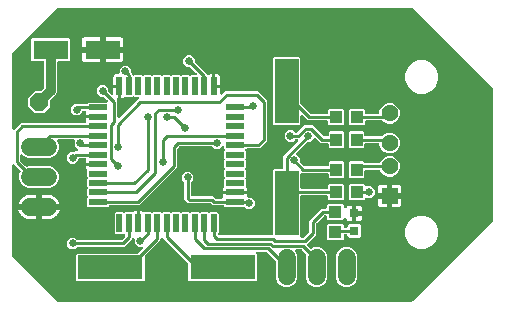
<source format=gbr>
G04 EAGLE Gerber RS-274X export*
G75*
%MOMM*%
%FSLAX34Y34*%
%LPD*%
%INTop Copper*%
%IPPOS*%
%AMOC8*
5,1,8,0,0,1.08239X$1,22.5*%
G01*
%ADD10R,1.428000X1.428000*%
%ADD11C,1.428000*%
%ADD12R,2.000000X5.500000*%
%ADD13C,1.524000*%
%ADD14R,1.500000X0.500000*%
%ADD15R,0.500000X1.500000*%
%ADD16R,3.000000X1.600000*%
%ADD17R,1.050000X1.080000*%
%ADD18R,1.000000X1.100000*%
%ADD19R,5.500000X2.000000*%
%ADD20R,0.800000X0.800000*%
%ADD21R,1.100000X1.000000*%
%ADD22P,1.649562X8X22.500000*%
%ADD23C,0.254000*%
%ADD24C,0.654800*%
%ADD25C,0.812800*%

G36*
X341070Y2553D02*
X341070Y2553D01*
X341169Y2556D01*
X341227Y2573D01*
X341287Y2581D01*
X341379Y2617D01*
X341475Y2645D01*
X341527Y2675D01*
X341583Y2698D01*
X341663Y2756D01*
X341748Y2806D01*
X341824Y2872D01*
X341840Y2884D01*
X341848Y2894D01*
X341869Y2912D01*
X409638Y70681D01*
X409698Y70759D01*
X409766Y70831D01*
X409795Y70884D01*
X409832Y70932D01*
X409872Y71023D01*
X409920Y71110D01*
X409935Y71168D01*
X409959Y71224D01*
X409974Y71322D01*
X409999Y71417D01*
X410005Y71518D01*
X410009Y71538D01*
X410007Y71550D01*
X410009Y71578D01*
X410009Y182422D01*
X409997Y182520D01*
X409994Y182619D01*
X409977Y182677D01*
X409969Y182737D01*
X409933Y182829D01*
X409905Y182925D01*
X409875Y182977D01*
X409852Y183033D01*
X409794Y183113D01*
X409744Y183198D01*
X409678Y183274D01*
X409666Y183290D01*
X409656Y183298D01*
X409638Y183319D01*
X341869Y251088D01*
X341791Y251148D01*
X341719Y251216D01*
X341666Y251245D01*
X341618Y251282D01*
X341527Y251322D01*
X341440Y251370D01*
X341382Y251385D01*
X341326Y251409D01*
X341228Y251424D01*
X341133Y251449D01*
X341032Y251455D01*
X341012Y251459D01*
X341000Y251457D01*
X340972Y251459D01*
X41578Y251459D01*
X41480Y251447D01*
X41381Y251444D01*
X41323Y251427D01*
X41263Y251419D01*
X41171Y251383D01*
X41075Y251355D01*
X41023Y251325D01*
X40967Y251302D01*
X40887Y251244D01*
X40802Y251194D01*
X40726Y251128D01*
X40710Y251116D01*
X40702Y251106D01*
X40681Y251088D01*
X2912Y213319D01*
X2852Y213241D01*
X2784Y213169D01*
X2755Y213116D01*
X2718Y213068D01*
X2678Y212977D01*
X2630Y212890D01*
X2615Y212832D01*
X2591Y212776D01*
X2576Y212678D01*
X2551Y212583D01*
X2545Y212482D01*
X2541Y212462D01*
X2543Y212450D01*
X2541Y212422D01*
X2541Y149257D01*
X2558Y149120D01*
X2571Y148981D01*
X2578Y148962D01*
X2581Y148942D01*
X2632Y148813D01*
X2679Y148682D01*
X2690Y148665D01*
X2698Y148646D01*
X2779Y148533D01*
X2857Y148419D01*
X2873Y148405D01*
X2884Y148389D01*
X2992Y148300D01*
X3096Y148208D01*
X3114Y148199D01*
X3129Y148186D01*
X3255Y148127D01*
X3379Y148063D01*
X3399Y148059D01*
X3417Y148050D01*
X3553Y148024D01*
X3689Y147994D01*
X3710Y147994D01*
X3729Y147991D01*
X3868Y147999D01*
X4007Y148003D01*
X4027Y148009D01*
X4047Y148010D01*
X4179Y148053D01*
X4313Y148092D01*
X4330Y148102D01*
X4349Y148108D01*
X4467Y148183D01*
X4587Y148253D01*
X4608Y148272D01*
X4618Y148279D01*
X4632Y148294D01*
X4707Y148360D01*
X8134Y151786D01*
X10142Y153795D01*
X64290Y153795D01*
X64415Y153810D01*
X64541Y153820D01*
X64573Y153830D01*
X64606Y153835D01*
X64723Y153881D01*
X64842Y153921D01*
X64870Y153939D01*
X64902Y153952D01*
X65003Y154025D01*
X65109Y154094D01*
X65132Y154119D01*
X65159Y154138D01*
X65239Y154235D01*
X65324Y154328D01*
X65340Y154358D01*
X65362Y154383D01*
X65415Y154497D01*
X65475Y154608D01*
X65483Y154641D01*
X65497Y154671D01*
X65521Y154794D01*
X65551Y154917D01*
X65551Y154950D01*
X65557Y154983D01*
X65549Y155109D01*
X65548Y155235D01*
X65538Y155283D01*
X65537Y155301D01*
X65531Y155321D01*
X65516Y155393D01*
X65309Y156166D01*
X65309Y157731D01*
X75350Y157731D01*
X75468Y157746D01*
X75587Y157753D01*
X75625Y157765D01*
X75665Y157770D01*
X75776Y157814D01*
X75889Y157851D01*
X75923Y157873D01*
X75961Y157887D01*
X76057Y157957D01*
X76158Y158021D01*
X76186Y158051D01*
X76218Y158074D01*
X76294Y158166D01*
X76376Y158253D01*
X76395Y158288D01*
X76421Y158319D01*
X76472Y158427D01*
X76529Y158531D01*
X76539Y158570D01*
X76557Y158607D01*
X76579Y158724D01*
X76609Y158839D01*
X76613Y158899D01*
X76616Y158919D01*
X76616Y158920D01*
X76615Y158940D01*
X76619Y159000D01*
X76604Y159118D01*
X76597Y159237D01*
X76584Y159275D01*
X76579Y159316D01*
X76535Y159426D01*
X76499Y159540D01*
X76477Y159574D01*
X76462Y159611D01*
X76392Y159708D01*
X76328Y159808D01*
X76299Y159836D01*
X76275Y159869D01*
X76183Y159945D01*
X76097Y160026D01*
X76061Y160046D01*
X76030Y160072D01*
X75923Y160122D01*
X75818Y160180D01*
X75779Y160190D01*
X75743Y160207D01*
X75626Y160229D01*
X75510Y160259D01*
X75450Y160263D01*
X75430Y160267D01*
X75410Y160266D01*
X75350Y160269D01*
X65309Y160269D01*
X65309Y161834D01*
X65516Y162607D01*
X65534Y162732D01*
X65557Y162856D01*
X65555Y162889D01*
X65560Y162923D01*
X65545Y163048D01*
X65537Y163173D01*
X65527Y163205D01*
X65523Y163238D01*
X65478Y163356D01*
X65439Y163475D01*
X65421Y163504D01*
X65409Y163535D01*
X65336Y163638D01*
X65269Y163744D01*
X65245Y163767D01*
X65225Y163795D01*
X65129Y163876D01*
X65038Y163962D01*
X65008Y163978D01*
X64982Y164000D01*
X64869Y164055D01*
X64759Y164116D01*
X64726Y164124D01*
X64696Y164139D01*
X64573Y164164D01*
X64451Y164195D01*
X64402Y164198D01*
X64384Y164202D01*
X64363Y164201D01*
X64290Y164205D01*
X63218Y164205D01*
X63100Y164190D01*
X62981Y164183D01*
X62943Y164170D01*
X62902Y164165D01*
X62792Y164122D01*
X62679Y164085D01*
X62644Y164063D01*
X62607Y164048D01*
X62511Y163979D01*
X62410Y163915D01*
X62382Y163885D01*
X62349Y163862D01*
X62273Y163770D01*
X62192Y163683D01*
X62172Y163648D01*
X62147Y163617D01*
X62096Y163509D01*
X62038Y163405D01*
X62028Y163365D01*
X62011Y163329D01*
X61989Y163212D01*
X61968Y163131D01*
X59138Y160301D01*
X55162Y160301D01*
X52351Y163112D01*
X52351Y167088D01*
X55162Y169899D01*
X59273Y169899D01*
X59299Y169884D01*
X59357Y169869D01*
X59413Y169845D01*
X59511Y169830D01*
X59607Y169805D01*
X59707Y169799D01*
X59727Y169795D01*
X59739Y169797D01*
X59767Y169795D01*
X65463Y169795D01*
X65561Y169807D01*
X65660Y169810D01*
X65718Y169827D01*
X65778Y169835D01*
X65870Y169871D01*
X65965Y169899D01*
X66018Y169929D01*
X66074Y169952D01*
X66154Y170010D01*
X66239Y170060D01*
X66315Y170126D01*
X66331Y170138D01*
X66339Y170148D01*
X66360Y170166D01*
X67218Y171025D01*
X82309Y171025D01*
X82446Y171042D01*
X82585Y171055D01*
X82604Y171062D01*
X82624Y171065D01*
X82753Y171116D01*
X82884Y171163D01*
X82901Y171174D01*
X82920Y171182D01*
X83032Y171263D01*
X83147Y171341D01*
X83161Y171357D01*
X83177Y171368D01*
X83266Y171476D01*
X83358Y171580D01*
X83367Y171598D01*
X83380Y171613D01*
X83439Y171739D01*
X83503Y171863D01*
X83507Y171883D01*
X83516Y171901D01*
X83542Y172037D01*
X83572Y172173D01*
X83572Y172194D01*
X83575Y172213D01*
X83567Y172352D01*
X83563Y172491D01*
X83557Y172511D01*
X83556Y172531D01*
X83513Y172663D01*
X83474Y172797D01*
X83464Y172814D01*
X83458Y172833D01*
X83383Y172951D01*
X83313Y173071D01*
X83294Y173092D01*
X83287Y173102D01*
X83272Y173116D01*
X83206Y173191D01*
X80593Y175805D01*
X80515Y175865D01*
X80443Y175933D01*
X80390Y175962D01*
X80342Y175999D01*
X80251Y176039D01*
X80164Y176087D01*
X80106Y176102D01*
X80050Y176126D01*
X79952Y176141D01*
X79856Y176166D01*
X79756Y176172D01*
X79736Y176176D01*
X79724Y176174D01*
X79696Y176176D01*
X77387Y176176D01*
X74576Y178987D01*
X74576Y182963D01*
X77387Y185774D01*
X81363Y185774D01*
X84174Y182963D01*
X84174Y180654D01*
X84186Y180556D01*
X84189Y180457D01*
X84206Y180399D01*
X84214Y180339D01*
X84250Y180247D01*
X84278Y180152D01*
X84308Y180099D01*
X84331Y180043D01*
X84389Y179963D01*
X84439Y179878D01*
X84505Y179802D01*
X84517Y179786D01*
X84527Y179778D01*
X84545Y179757D01*
X86143Y178160D01*
X86252Y178075D01*
X86359Y177986D01*
X86378Y177977D01*
X86394Y177965D01*
X86522Y177909D01*
X86647Y177850D01*
X86667Y177847D01*
X86686Y177839D01*
X86824Y177817D01*
X86960Y177791D01*
X86980Y177792D01*
X87000Y177789D01*
X87139Y177802D01*
X87277Y177810D01*
X87296Y177817D01*
X87316Y177818D01*
X87448Y177866D01*
X87579Y177908D01*
X87597Y177919D01*
X87616Y177926D01*
X87731Y178004D01*
X87848Y178079D01*
X87862Y178093D01*
X87879Y178105D01*
X87971Y178209D01*
X88066Y178310D01*
X88076Y178328D01*
X88089Y178343D01*
X88153Y178467D01*
X88220Y178589D01*
X88225Y178608D01*
X88234Y178626D01*
X88264Y178762D01*
X88299Y178897D01*
X88301Y178925D01*
X88304Y178937D01*
X88303Y178957D01*
X88309Y179057D01*
X88309Y183731D01*
X92081Y183731D01*
X92081Y174915D01*
X91963Y174868D01*
X91832Y174821D01*
X91815Y174810D01*
X91796Y174802D01*
X91684Y174721D01*
X91569Y174643D01*
X91555Y174627D01*
X91539Y174616D01*
X91450Y174508D01*
X91358Y174404D01*
X91349Y174386D01*
X91336Y174371D01*
X91277Y174245D01*
X91213Y174121D01*
X91209Y174101D01*
X91200Y174083D01*
X91174Y173946D01*
X91144Y173811D01*
X91144Y173790D01*
X91141Y173771D01*
X91149Y173632D01*
X91153Y173493D01*
X91159Y173473D01*
X91160Y173453D01*
X91203Y173321D01*
X91242Y173187D01*
X91252Y173170D01*
X91258Y173151D01*
X91333Y173033D01*
X91403Y172913D01*
X91422Y172892D01*
X91429Y172882D01*
X91443Y172868D01*
X91510Y172793D01*
X91695Y172608D01*
X91695Y159036D01*
X91712Y158899D01*
X91725Y158760D01*
X91732Y158741D01*
X91735Y158721D01*
X91786Y158592D01*
X91833Y158461D01*
X91844Y158444D01*
X91852Y158425D01*
X91933Y158313D01*
X92011Y158198D01*
X92027Y158184D01*
X92038Y158168D01*
X92146Y158079D01*
X92250Y157987D01*
X92268Y157978D01*
X92283Y157965D01*
X92409Y157906D01*
X92533Y157842D01*
X92553Y157838D01*
X92571Y157829D01*
X92707Y157803D01*
X92843Y157773D01*
X92864Y157773D01*
X92883Y157770D01*
X93022Y157778D01*
X93161Y157782D01*
X93181Y157788D01*
X93201Y157789D01*
X93333Y157832D01*
X93467Y157871D01*
X93484Y157881D01*
X93503Y157887D01*
X93621Y157962D01*
X93741Y158032D01*
X93762Y158051D01*
X93772Y158058D01*
X93786Y158072D01*
X93861Y158139D01*
X109531Y173809D01*
X109616Y173918D01*
X109705Y174025D01*
X109714Y174044D01*
X109726Y174060D01*
X109782Y174188D01*
X109841Y174313D01*
X109844Y174333D01*
X109852Y174352D01*
X109874Y174490D01*
X109900Y174626D01*
X109899Y174646D01*
X109902Y174666D01*
X109889Y174805D01*
X109881Y174943D01*
X109874Y174962D01*
X109873Y174982D01*
X109825Y175114D01*
X109783Y175245D01*
X109772Y175263D01*
X109765Y175282D01*
X109687Y175397D01*
X109612Y175514D01*
X109598Y175528D01*
X109586Y175545D01*
X109482Y175637D01*
X109381Y175732D01*
X109363Y175742D01*
X109348Y175755D01*
X109224Y175818D01*
X109102Y175886D01*
X109083Y175891D01*
X109065Y175900D01*
X108929Y175930D01*
X108794Y175965D01*
X108766Y175967D01*
X108754Y175970D01*
X108734Y175969D01*
X108634Y175975D01*
X106210Y175975D01*
X106153Y176019D01*
X106064Y176098D01*
X106028Y176116D01*
X105996Y176141D01*
X105887Y176188D01*
X105781Y176243D01*
X105742Y176251D01*
X105704Y176267D01*
X105587Y176286D01*
X105471Y176312D01*
X105430Y176311D01*
X105390Y176317D01*
X105272Y176306D01*
X105153Y176303D01*
X105114Y176291D01*
X105074Y176288D01*
X104962Y176247D01*
X104847Y176214D01*
X104813Y176194D01*
X104774Y176180D01*
X104676Y176113D01*
X104573Y176053D01*
X104528Y176013D01*
X104511Y176001D01*
X104498Y175986D01*
X104486Y175975D01*
X98444Y175975D01*
X98346Y175963D01*
X98247Y175960D01*
X98189Y175943D01*
X98129Y175935D01*
X98037Y175899D01*
X97941Y175871D01*
X97889Y175841D01*
X97833Y175818D01*
X97753Y175760D01*
X97667Y175710D01*
X97592Y175644D01*
X97576Y175632D01*
X97568Y175622D01*
X97547Y175604D01*
X97410Y175467D01*
X96831Y175132D01*
X96184Y174959D01*
X94619Y174959D01*
X94619Y185000D01*
X94604Y185118D01*
X94597Y185237D01*
X94585Y185275D01*
X94580Y185315D01*
X94536Y185426D01*
X94499Y185539D01*
X94477Y185573D01*
X94463Y185611D01*
X94393Y185707D01*
X94329Y185808D01*
X94328Y185808D01*
X94299Y185836D01*
X94276Y185868D01*
X94275Y185869D01*
X94183Y185945D01*
X94097Y186026D01*
X94061Y186046D01*
X94030Y186072D01*
X93923Y186122D01*
X93818Y186180D01*
X93779Y186190D01*
X93743Y186207D01*
X93626Y186229D01*
X93510Y186259D01*
X93450Y186263D01*
X93430Y186267D01*
X93410Y186266D01*
X93350Y186269D01*
X88309Y186269D01*
X88309Y192834D01*
X88482Y193481D01*
X88817Y194060D01*
X89290Y194533D01*
X89869Y194868D01*
X90516Y195041D01*
X92357Y195041D01*
X92475Y195056D01*
X92594Y195063D01*
X92632Y195076D01*
X92673Y195081D01*
X92783Y195124D01*
X92896Y195161D01*
X92931Y195183D01*
X92968Y195198D01*
X93064Y195267D01*
X93165Y195331D01*
X93193Y195361D01*
X93226Y195384D01*
X93302Y195476D01*
X93383Y195563D01*
X93403Y195598D01*
X93428Y195629D01*
X93479Y195737D01*
X93537Y195841D01*
X93547Y195881D01*
X93564Y195917D01*
X93586Y196034D01*
X93616Y196149D01*
X93620Y196209D01*
X93624Y196229D01*
X93622Y196250D01*
X93626Y196310D01*
X93626Y199613D01*
X96437Y202424D01*
X100413Y202424D01*
X103224Y199613D01*
X103224Y197304D01*
X103236Y197206D01*
X103239Y197107D01*
X103256Y197049D01*
X103264Y196989D01*
X103300Y196897D01*
X103328Y196802D01*
X103358Y196749D01*
X103381Y196693D01*
X103439Y196613D01*
X103489Y196528D01*
X103555Y196452D01*
X103567Y196436D01*
X103577Y196428D01*
X103595Y196407D01*
X104145Y195858D01*
X104145Y195015D01*
X104162Y194877D01*
X104175Y194739D01*
X104182Y194720D01*
X104185Y194700D01*
X104236Y194571D01*
X104283Y194440D01*
X104294Y194423D01*
X104302Y194404D01*
X104383Y194292D01*
X104461Y194176D01*
X104477Y194163D01*
X104488Y194147D01*
X104596Y194058D01*
X104700Y193966D01*
X104718Y193957D01*
X104733Y193944D01*
X104859Y193885D01*
X104983Y193821D01*
X105003Y193817D01*
X105021Y193808D01*
X105157Y193782D01*
X105293Y193752D01*
X105314Y193752D01*
X105333Y193749D01*
X105472Y193757D01*
X105611Y193761D01*
X105631Y193767D01*
X105651Y193768D01*
X105783Y193811D01*
X105917Y193850D01*
X105934Y193860D01*
X105953Y193866D01*
X106071Y193941D01*
X106191Y194011D01*
X106206Y194025D01*
X112490Y194025D01*
X112547Y193981D01*
X112636Y193902D01*
X112672Y193884D01*
X112704Y193859D01*
X112813Y193812D01*
X112919Y193757D01*
X112959Y193749D01*
X112996Y193733D01*
X113113Y193714D01*
X113229Y193688D01*
X113270Y193689D01*
X113310Y193683D01*
X113429Y193694D01*
X113547Y193697D01*
X113586Y193709D01*
X113626Y193712D01*
X113738Y193753D01*
X113853Y193786D01*
X113888Y193806D01*
X113926Y193820D01*
X114024Y193887D01*
X114127Y193947D01*
X114172Y193987D01*
X114189Y193999D01*
X114202Y194014D01*
X114215Y194025D01*
X120490Y194025D01*
X120547Y193981D01*
X120636Y193902D01*
X120672Y193884D01*
X120704Y193859D01*
X120813Y193812D01*
X120919Y193757D01*
X120959Y193749D01*
X120996Y193733D01*
X121113Y193714D01*
X121229Y193688D01*
X121270Y193689D01*
X121310Y193683D01*
X121429Y193694D01*
X121547Y193697D01*
X121586Y193709D01*
X121626Y193712D01*
X121738Y193753D01*
X121853Y193786D01*
X121888Y193806D01*
X121926Y193820D01*
X122024Y193887D01*
X122127Y193947D01*
X122172Y193987D01*
X122189Y193999D01*
X122202Y194014D01*
X122215Y194025D01*
X128490Y194025D01*
X128547Y193981D01*
X128636Y193902D01*
X128672Y193884D01*
X128704Y193859D01*
X128813Y193812D01*
X128919Y193757D01*
X128959Y193749D01*
X128996Y193733D01*
X129113Y193714D01*
X129229Y193688D01*
X129270Y193689D01*
X129310Y193683D01*
X129429Y193694D01*
X129547Y193697D01*
X129586Y193709D01*
X129626Y193712D01*
X129738Y193753D01*
X129853Y193786D01*
X129888Y193806D01*
X129926Y193820D01*
X130024Y193887D01*
X130127Y193947D01*
X130172Y193987D01*
X130189Y193999D01*
X130202Y194014D01*
X130215Y194025D01*
X136490Y194025D01*
X136547Y193981D01*
X136636Y193902D01*
X136672Y193884D01*
X136704Y193859D01*
X136813Y193812D01*
X136919Y193757D01*
X136959Y193749D01*
X136996Y193733D01*
X137113Y193714D01*
X137229Y193688D01*
X137270Y193689D01*
X137310Y193683D01*
X137429Y193694D01*
X137547Y193697D01*
X137586Y193709D01*
X137626Y193712D01*
X137738Y193753D01*
X137853Y193786D01*
X137888Y193806D01*
X137926Y193820D01*
X138024Y193887D01*
X138127Y193947D01*
X138172Y193987D01*
X138189Y193999D01*
X138202Y194014D01*
X138215Y194025D01*
X144490Y194025D01*
X144547Y193981D01*
X144636Y193902D01*
X144672Y193884D01*
X144704Y193859D01*
X144813Y193812D01*
X144919Y193757D01*
X144959Y193749D01*
X144996Y193733D01*
X145113Y193714D01*
X145229Y193688D01*
X145270Y193689D01*
X145310Y193683D01*
X145429Y193694D01*
X145547Y193697D01*
X145586Y193709D01*
X145626Y193712D01*
X145738Y193753D01*
X145853Y193786D01*
X145888Y193806D01*
X145926Y193820D01*
X146024Y193887D01*
X146127Y193947D01*
X146172Y193987D01*
X146189Y193999D01*
X146202Y194014D01*
X146215Y194025D01*
X152490Y194025D01*
X152547Y193981D01*
X152636Y193902D01*
X152672Y193884D01*
X152704Y193859D01*
X152813Y193812D01*
X152919Y193757D01*
X152959Y193749D01*
X152996Y193733D01*
X153113Y193714D01*
X153229Y193688D01*
X153270Y193689D01*
X153310Y193683D01*
X153429Y193694D01*
X153547Y193697D01*
X153586Y193709D01*
X153626Y193712D01*
X153738Y193753D01*
X153853Y193786D01*
X153888Y193806D01*
X153926Y193820D01*
X154024Y193887D01*
X154127Y193947D01*
X154172Y193987D01*
X154189Y193999D01*
X154202Y194014D01*
X154215Y194025D01*
X157734Y194025D01*
X157871Y194042D01*
X158010Y194055D01*
X158029Y194062D01*
X158049Y194065D01*
X158178Y194116D01*
X158309Y194163D01*
X158326Y194174D01*
X158345Y194182D01*
X158457Y194263D01*
X158572Y194341D01*
X158586Y194357D01*
X158602Y194368D01*
X158691Y194476D01*
X158783Y194580D01*
X158792Y194598D01*
X158805Y194613D01*
X158864Y194739D01*
X158928Y194863D01*
X158932Y194883D01*
X158941Y194901D01*
X158967Y195037D01*
X158997Y195173D01*
X158997Y195194D01*
X159000Y195213D01*
X158992Y195352D01*
X158988Y195491D01*
X158982Y195511D01*
X158981Y195531D01*
X158938Y195663D01*
X158899Y195797D01*
X158889Y195814D01*
X158883Y195833D01*
X158808Y195951D01*
X158738Y196071D01*
X158719Y196092D01*
X158712Y196102D01*
X158697Y196116D01*
X158631Y196191D01*
X153618Y201205D01*
X153540Y201265D01*
X153468Y201333D01*
X153415Y201362D01*
X153367Y201399D01*
X153276Y201439D01*
X153189Y201487D01*
X153131Y201502D01*
X153075Y201526D01*
X152977Y201541D01*
X152881Y201566D01*
X152781Y201572D01*
X152761Y201576D01*
X152749Y201574D01*
X152721Y201576D01*
X150412Y201576D01*
X147601Y204387D01*
X147601Y208363D01*
X150412Y211174D01*
X154388Y211174D01*
X157199Y208363D01*
X157199Y206054D01*
X157211Y205956D01*
X157214Y205857D01*
X157231Y205799D01*
X157239Y205739D01*
X157275Y205647D01*
X157303Y205552D01*
X157333Y205499D01*
X157356Y205443D01*
X157414Y205363D01*
X157464Y205278D01*
X157530Y205202D01*
X157542Y205186D01*
X157552Y205178D01*
X157570Y205157D01*
X167907Y194821D01*
X167995Y194752D01*
X168079Y194677D01*
X168121Y194655D01*
X168158Y194626D01*
X168261Y194581D01*
X168361Y194529D01*
X168406Y194518D01*
X168450Y194499D01*
X168561Y194482D01*
X168670Y194456D01*
X168717Y194457D01*
X168764Y194450D01*
X168876Y194460D01*
X168988Y194462D01*
X169034Y194475D01*
X169080Y194479D01*
X169186Y194517D01*
X169295Y194547D01*
X169360Y194580D01*
X169380Y194587D01*
X169395Y194597D01*
X169439Y194619D01*
X169869Y194868D01*
X170516Y195041D01*
X172081Y195041D01*
X172081Y185000D01*
X172096Y184882D01*
X172103Y184763D01*
X172115Y184725D01*
X172120Y184685D01*
X172164Y184574D01*
X172201Y184461D01*
X172223Y184427D01*
X172237Y184389D01*
X172307Y184293D01*
X172371Y184192D01*
X172372Y184192D01*
X172401Y184164D01*
X172424Y184132D01*
X172425Y184131D01*
X172517Y184055D01*
X172603Y183974D01*
X172639Y183954D01*
X172670Y183928D01*
X172777Y183878D01*
X172882Y183820D01*
X172921Y183810D01*
X172957Y183793D01*
X173074Y183771D01*
X173190Y183741D01*
X173250Y183737D01*
X173270Y183733D01*
X173290Y183734D01*
X173350Y183731D01*
X178391Y183731D01*
X178391Y179057D01*
X178408Y178920D01*
X178421Y178781D01*
X178428Y178762D01*
X178431Y178742D01*
X178482Y178613D01*
X178529Y178482D01*
X178540Y178465D01*
X178548Y178446D01*
X178629Y178334D01*
X178707Y178219D01*
X178723Y178205D01*
X178734Y178189D01*
X178842Y178100D01*
X178946Y178008D01*
X178964Y177999D01*
X178979Y177986D01*
X179105Y177927D01*
X179229Y177863D01*
X179249Y177859D01*
X179267Y177850D01*
X179403Y177824D01*
X179539Y177794D01*
X179560Y177794D01*
X179579Y177791D01*
X179718Y177799D01*
X179857Y177803D01*
X179877Y177809D01*
X179897Y177810D01*
X180029Y177853D01*
X180163Y177892D01*
X180180Y177902D01*
X180199Y177908D01*
X180317Y177983D01*
X180437Y178053D01*
X180458Y178072D01*
X180468Y178079D01*
X180482Y178094D01*
X180557Y178160D01*
X182992Y180595D01*
X210708Y180595D01*
X218695Y172608D01*
X218695Y138542D01*
X212358Y132205D01*
X201365Y132205D01*
X201227Y132188D01*
X201089Y132175D01*
X201070Y132168D01*
X201050Y132165D01*
X200921Y132114D01*
X200790Y132067D01*
X200773Y132056D01*
X200754Y132048D01*
X200642Y131967D01*
X200526Y131889D01*
X200513Y131873D01*
X200497Y131862D01*
X200408Y131754D01*
X200316Y131650D01*
X200307Y131632D01*
X200294Y131617D01*
X200235Y131491D01*
X200171Y131367D01*
X200167Y131347D01*
X200158Y131329D01*
X200132Y131193D01*
X200102Y131057D01*
X200102Y131036D01*
X200099Y131017D01*
X200107Y130878D01*
X200111Y130739D01*
X200117Y130719D01*
X200118Y130699D01*
X200161Y130567D01*
X200200Y130433D01*
X200210Y130416D01*
X200216Y130397D01*
X200291Y130279D01*
X200361Y130159D01*
X200375Y130144D01*
X200375Y123860D01*
X200331Y123803D01*
X200252Y123714D01*
X200234Y123678D01*
X200209Y123646D01*
X200162Y123537D01*
X200107Y123431D01*
X200099Y123391D01*
X200083Y123354D01*
X200064Y123237D01*
X200038Y123121D01*
X200039Y123080D01*
X200033Y123040D01*
X200044Y122921D01*
X200047Y122803D01*
X200059Y122764D01*
X200062Y122724D01*
X200103Y122612D01*
X200136Y122497D01*
X200156Y122462D01*
X200170Y122424D01*
X200237Y122326D01*
X200297Y122223D01*
X200337Y122178D01*
X200349Y122161D01*
X200364Y122148D01*
X200375Y122135D01*
X200375Y115860D01*
X200331Y115803D01*
X200252Y115714D01*
X200234Y115678D01*
X200209Y115646D01*
X200162Y115537D01*
X200107Y115431D01*
X200099Y115391D01*
X200083Y115354D01*
X200064Y115237D01*
X200038Y115121D01*
X200039Y115080D01*
X200033Y115040D01*
X200044Y114921D01*
X200047Y114803D01*
X200059Y114764D01*
X200062Y114724D01*
X200103Y114612D01*
X200136Y114497D01*
X200156Y114462D01*
X200170Y114424D01*
X200237Y114326D01*
X200297Y114223D01*
X200337Y114178D01*
X200349Y114161D01*
X200364Y114148D01*
X200375Y114135D01*
X200375Y107860D01*
X200331Y107803D01*
X200252Y107714D01*
X200234Y107678D01*
X200209Y107646D01*
X200162Y107537D01*
X200107Y107431D01*
X200099Y107391D01*
X200083Y107354D01*
X200064Y107237D01*
X200038Y107121D01*
X200039Y107080D01*
X200033Y107040D01*
X200044Y106921D01*
X200047Y106803D01*
X200059Y106764D01*
X200062Y106724D01*
X200103Y106612D01*
X200136Y106497D01*
X200156Y106462D01*
X200170Y106424D01*
X200237Y106326D01*
X200297Y106223D01*
X200337Y106178D01*
X200349Y106161D01*
X200364Y106148D01*
X200375Y106135D01*
X200375Y100094D01*
X200387Y99996D01*
X200390Y99897D01*
X200407Y99839D01*
X200415Y99779D01*
X200451Y99687D01*
X200479Y99591D01*
X200509Y99539D01*
X200532Y99483D01*
X200590Y99403D01*
X200640Y99317D01*
X200706Y99242D01*
X200718Y99226D01*
X200728Y99218D01*
X200746Y99197D01*
X200883Y99060D01*
X201218Y98481D01*
X201391Y97834D01*
X201391Y96269D01*
X191350Y96269D01*
X181309Y96269D01*
X181309Y97834D01*
X181482Y98481D01*
X181817Y99060D01*
X181954Y99197D01*
X182014Y99275D01*
X182082Y99347D01*
X182111Y99400D01*
X182148Y99448D01*
X182188Y99539D01*
X182236Y99626D01*
X182251Y99684D01*
X182275Y99740D01*
X182290Y99838D01*
X182315Y99933D01*
X182321Y100033D01*
X182325Y100054D01*
X182323Y100066D01*
X182325Y100094D01*
X182325Y106140D01*
X182369Y106197D01*
X182448Y106286D01*
X182466Y106322D01*
X182491Y106354D01*
X182538Y106463D01*
X182593Y106569D01*
X182601Y106608D01*
X182617Y106646D01*
X182636Y106763D01*
X182662Y106879D01*
X182661Y106920D01*
X182667Y106960D01*
X182656Y107078D01*
X182653Y107197D01*
X182641Y107236D01*
X182638Y107276D01*
X182597Y107388D01*
X182564Y107503D01*
X182544Y107537D01*
X182530Y107576D01*
X182463Y107674D01*
X182403Y107777D01*
X182363Y107822D01*
X182351Y107839D01*
X182336Y107852D01*
X182325Y107864D01*
X182325Y114140D01*
X182369Y114197D01*
X182448Y114286D01*
X182466Y114322D01*
X182491Y114354D01*
X182538Y114463D01*
X182593Y114569D01*
X182601Y114608D01*
X182617Y114646D01*
X182636Y114763D01*
X182662Y114879D01*
X182661Y114920D01*
X182667Y114960D01*
X182656Y115078D01*
X182653Y115197D01*
X182641Y115236D01*
X182638Y115276D01*
X182597Y115388D01*
X182564Y115503D01*
X182544Y115537D01*
X182530Y115576D01*
X182463Y115674D01*
X182403Y115777D01*
X182363Y115822D01*
X182351Y115839D01*
X182336Y115852D01*
X182325Y115864D01*
X182325Y122140D01*
X182369Y122197D01*
X182448Y122286D01*
X182466Y122322D01*
X182491Y122354D01*
X182538Y122463D01*
X182593Y122569D01*
X182601Y122608D01*
X182617Y122646D01*
X182636Y122763D01*
X182662Y122879D01*
X182661Y122920D01*
X182667Y122960D01*
X182656Y123078D01*
X182653Y123197D01*
X182641Y123236D01*
X182638Y123276D01*
X182597Y123388D01*
X182564Y123503D01*
X182544Y123537D01*
X182530Y123576D01*
X182463Y123674D01*
X182403Y123777D01*
X182363Y123822D01*
X182351Y123839D01*
X182336Y123852D01*
X182325Y123864D01*
X182325Y130140D01*
X182369Y130197D01*
X182448Y130286D01*
X182466Y130322D01*
X182491Y130354D01*
X182538Y130463D01*
X182593Y130569D01*
X182601Y130608D01*
X182617Y130646D01*
X182636Y130763D01*
X182662Y130879D01*
X182661Y130920D01*
X182667Y130960D01*
X182656Y131078D01*
X182653Y131197D01*
X182641Y131236D01*
X182638Y131276D01*
X182597Y131388D01*
X182564Y131503D01*
X182544Y131537D01*
X182530Y131576D01*
X182463Y131674D01*
X182403Y131777D01*
X182363Y131822D01*
X182351Y131839D01*
X182336Y131852D01*
X182325Y131864D01*
X182325Y133431D01*
X182308Y133569D01*
X182295Y133707D01*
X182288Y133727D01*
X182285Y133747D01*
X182235Y133875D01*
X182187Y134007D01*
X182176Y134024D01*
X182168Y134042D01*
X182087Y134155D01*
X182009Y134270D01*
X181993Y134283D01*
X181982Y134300D01*
X181874Y134388D01*
X181770Y134480D01*
X181752Y134490D01*
X181737Y134502D01*
X181611Y134562D01*
X181487Y134625D01*
X181467Y134629D01*
X181449Y134638D01*
X181313Y134664D01*
X181177Y134695D01*
X181156Y134694D01*
X181137Y134698D01*
X180998Y134689D01*
X180859Y134685D01*
X180839Y134679D01*
X180819Y134678D01*
X180687Y134635D01*
X180553Y134597D01*
X180536Y134586D01*
X180517Y134580D01*
X180399Y134505D01*
X180279Y134435D01*
X180258Y134416D01*
X180248Y134410D01*
X180234Y134395D01*
X180159Y134329D01*
X177963Y132133D01*
X173988Y132133D01*
X172356Y133766D01*
X172277Y133826D01*
X172205Y133894D01*
X172152Y133923D01*
X172104Y133960D01*
X172013Y134000D01*
X171927Y134048D01*
X171868Y134063D01*
X171812Y134087D01*
X171714Y134102D01*
X171619Y134127D01*
X171519Y134133D01*
X171498Y134137D01*
X171486Y134135D01*
X171458Y134137D01*
X144965Y134137D01*
X144867Y134125D01*
X144768Y134122D01*
X144710Y134105D01*
X144650Y134097D01*
X144558Y134061D01*
X144463Y134033D01*
X144410Y134003D01*
X144354Y133980D01*
X144274Y133922D01*
X144189Y133872D01*
X144113Y133806D01*
X144097Y133794D01*
X144089Y133784D01*
X144068Y133766D01*
X142866Y132564D01*
X142806Y132486D01*
X142738Y132414D01*
X142709Y132361D01*
X142672Y132313D01*
X142632Y132222D01*
X142584Y132135D01*
X142569Y132077D01*
X142545Y132021D01*
X142530Y131923D01*
X142505Y131827D01*
X142499Y131727D01*
X142495Y131707D01*
X142497Y131695D01*
X142495Y131667D01*
X142495Y116317D01*
X110383Y84205D01*
X85237Y84205D01*
X85139Y84193D01*
X85040Y84190D01*
X84982Y84173D01*
X84922Y84165D01*
X84830Y84129D01*
X84735Y84101D01*
X84682Y84071D01*
X84626Y84048D01*
X84546Y83990D01*
X84461Y83940D01*
X84385Y83874D01*
X84369Y83862D01*
X84361Y83852D01*
X84340Y83833D01*
X83482Y82975D01*
X67218Y82975D01*
X66325Y83868D01*
X66325Y90140D01*
X66369Y90197D01*
X66448Y90286D01*
X66466Y90322D01*
X66491Y90354D01*
X66538Y90463D01*
X66593Y90569D01*
X66601Y90609D01*
X66617Y90646D01*
X66636Y90763D01*
X66662Y90879D01*
X66661Y90920D01*
X66667Y90960D01*
X66656Y91079D01*
X66653Y91197D01*
X66641Y91236D01*
X66638Y91276D01*
X66597Y91388D01*
X66564Y91503D01*
X66544Y91538D01*
X66530Y91576D01*
X66463Y91674D01*
X66403Y91777D01*
X66363Y91822D01*
X66351Y91839D01*
X66336Y91852D01*
X66325Y91865D01*
X66325Y98140D01*
X66369Y98197D01*
X66448Y98286D01*
X66466Y98322D01*
X66491Y98354D01*
X66538Y98463D01*
X66593Y98569D01*
X66601Y98609D01*
X66617Y98646D01*
X66636Y98763D01*
X66662Y98879D01*
X66661Y98920D01*
X66662Y98923D01*
X66662Y98924D01*
X66667Y98960D01*
X66656Y99079D01*
X66653Y99197D01*
X66642Y99232D01*
X66642Y99241D01*
X66640Y99245D01*
X66638Y99276D01*
X66597Y99388D01*
X66564Y99503D01*
X66548Y99530D01*
X66544Y99543D01*
X66539Y99551D01*
X66530Y99576D01*
X66463Y99674D01*
X66403Y99777D01*
X66379Y99803D01*
X66374Y99812D01*
X66362Y99823D01*
X66351Y99839D01*
X66336Y99852D01*
X66325Y99865D01*
X66325Y106140D01*
X66369Y106197D01*
X66448Y106286D01*
X66466Y106322D01*
X66491Y106354D01*
X66538Y106463D01*
X66593Y106569D01*
X66601Y106609D01*
X66617Y106646D01*
X66636Y106763D01*
X66662Y106879D01*
X66661Y106920D01*
X66667Y106960D01*
X66656Y107079D01*
X66653Y107197D01*
X66641Y107236D01*
X66638Y107276D01*
X66597Y107388D01*
X66564Y107503D01*
X66544Y107538D01*
X66530Y107576D01*
X66463Y107674D01*
X66403Y107777D01*
X66363Y107822D01*
X66351Y107839D01*
X66336Y107852D01*
X66325Y107865D01*
X66325Y113906D01*
X66313Y114004D01*
X66310Y114103D01*
X66293Y114161D01*
X66285Y114221D01*
X66249Y114313D01*
X66221Y114409D01*
X66191Y114461D01*
X66168Y114517D01*
X66110Y114597D01*
X66060Y114683D01*
X65994Y114758D01*
X65982Y114774D01*
X65972Y114782D01*
X65954Y114803D01*
X65817Y114940D01*
X65482Y115519D01*
X65309Y116166D01*
X65309Y117731D01*
X75350Y117731D01*
X75468Y117746D01*
X75587Y117753D01*
X75625Y117765D01*
X75665Y117770D01*
X75776Y117814D01*
X75889Y117851D01*
X75923Y117873D01*
X75961Y117887D01*
X76057Y117957D01*
X76158Y118021D01*
X76186Y118051D01*
X76218Y118074D01*
X76294Y118166D01*
X76376Y118253D01*
X76395Y118288D01*
X76421Y118319D01*
X76472Y118427D01*
X76529Y118531D01*
X76539Y118570D01*
X76557Y118607D01*
X76579Y118724D01*
X76609Y118839D01*
X76613Y118899D01*
X76616Y118919D01*
X76616Y118920D01*
X76615Y118940D01*
X76619Y119000D01*
X76604Y119118D01*
X76597Y119237D01*
X76584Y119275D01*
X76579Y119316D01*
X76535Y119426D01*
X76499Y119540D01*
X76477Y119574D01*
X76462Y119611D01*
X76392Y119708D01*
X76328Y119808D01*
X76299Y119836D01*
X76275Y119869D01*
X76183Y119945D01*
X76097Y120026D01*
X76061Y120046D01*
X76030Y120072D01*
X75923Y120122D01*
X75818Y120180D01*
X75779Y120190D01*
X75743Y120207D01*
X75626Y120229D01*
X75510Y120259D01*
X75450Y120263D01*
X75430Y120267D01*
X75410Y120266D01*
X75350Y120269D01*
X65309Y120269D01*
X65309Y121834D01*
X65516Y122607D01*
X65534Y122732D01*
X65557Y122856D01*
X65555Y122889D01*
X65560Y122923D01*
X65545Y123048D01*
X65537Y123173D01*
X65527Y123205D01*
X65523Y123238D01*
X65478Y123356D01*
X65439Y123475D01*
X65421Y123504D01*
X65409Y123535D01*
X65336Y123638D01*
X65269Y123744D01*
X65245Y123767D01*
X65225Y123795D01*
X65129Y123876D01*
X65038Y123962D01*
X65008Y123978D01*
X64982Y124000D01*
X64869Y124055D01*
X64759Y124116D01*
X64726Y124124D01*
X64696Y124139D01*
X64573Y124164D01*
X64451Y124195D01*
X64402Y124198D01*
X64384Y124202D01*
X64363Y124201D01*
X64290Y124205D01*
X60043Y124205D01*
X59925Y124190D01*
X59806Y124183D01*
X59768Y124170D01*
X59727Y124165D01*
X59617Y124122D01*
X59504Y124085D01*
X59469Y124063D01*
X59432Y124048D01*
X59336Y123979D01*
X59235Y123915D01*
X59207Y123885D01*
X59174Y123862D01*
X59098Y123770D01*
X59017Y123683D01*
X58997Y123648D01*
X58972Y123617D01*
X58921Y123509D01*
X58863Y123405D01*
X58853Y123365D01*
X58836Y123329D01*
X58814Y123212D01*
X58784Y123097D01*
X58780Y123037D01*
X58776Y123017D01*
X58778Y122996D01*
X58774Y122936D01*
X58774Y122312D01*
X55963Y119501D01*
X51987Y119501D01*
X49176Y122312D01*
X49176Y126288D01*
X51987Y129099D01*
X54296Y129099D01*
X54394Y129111D01*
X54493Y129114D01*
X54551Y129131D01*
X54611Y129139D01*
X54703Y129175D01*
X54798Y129203D01*
X54851Y129233D01*
X54907Y129256D01*
X54987Y129314D01*
X55072Y129364D01*
X55148Y129430D01*
X55164Y129442D01*
X55172Y129452D01*
X55193Y129470D01*
X55517Y129795D01*
X57205Y129795D01*
X57342Y129812D01*
X57481Y129825D01*
X57500Y129832D01*
X57520Y129835D01*
X57649Y129886D01*
X57780Y129933D01*
X57797Y129944D01*
X57816Y129952D01*
X57928Y130033D01*
X58043Y130111D01*
X58057Y130127D01*
X58073Y130138D01*
X58162Y130246D01*
X58254Y130350D01*
X58263Y130368D01*
X58276Y130383D01*
X58335Y130509D01*
X58398Y130633D01*
X58403Y130653D01*
X58412Y130671D01*
X58438Y130807D01*
X58468Y130943D01*
X58467Y130964D01*
X58471Y130983D01*
X58463Y131122D01*
X58458Y131261D01*
X58453Y131281D01*
X58452Y131301D01*
X58409Y131433D01*
X58370Y131567D01*
X58360Y131584D01*
X58354Y131603D01*
X58279Y131721D01*
X58208Y131841D01*
X58190Y131862D01*
X58183Y131872D01*
X58168Y131886D01*
X58102Y131961D01*
X55526Y134537D01*
X55526Y138811D01*
X55511Y138929D01*
X55504Y139048D01*
X55491Y139086D01*
X55486Y139127D01*
X55443Y139237D01*
X55406Y139350D01*
X55384Y139385D01*
X55369Y139422D01*
X55300Y139518D01*
X55236Y139619D01*
X55206Y139647D01*
X55183Y139680D01*
X55091Y139756D01*
X55004Y139837D01*
X54969Y139857D01*
X54938Y139882D01*
X54830Y139933D01*
X54726Y139991D01*
X54686Y140001D01*
X54650Y140018D01*
X54533Y140040D01*
X54418Y140070D01*
X54358Y140074D01*
X54338Y140078D01*
X54317Y140076D01*
X54257Y140080D01*
X42030Y140080D01*
X41981Y140074D01*
X41931Y140076D01*
X41824Y140054D01*
X41714Y140040D01*
X41668Y140022D01*
X41620Y140012D01*
X41521Y139964D01*
X41419Y139923D01*
X41378Y139894D01*
X41334Y139872D01*
X41250Y139801D01*
X41161Y139737D01*
X41130Y139698D01*
X41092Y139666D01*
X41029Y139576D01*
X40959Y139492D01*
X40937Y139447D01*
X40909Y139406D01*
X40870Y139303D01*
X40823Y139204D01*
X40814Y139155D01*
X40796Y139109D01*
X40784Y138999D01*
X40763Y138892D01*
X40766Y138842D01*
X40761Y138793D01*
X40776Y138684D01*
X40783Y138574D01*
X40798Y138527D01*
X40805Y138478D01*
X40857Y138325D01*
X42165Y135169D01*
X42165Y131531D01*
X40773Y128170D01*
X38200Y125597D01*
X34839Y124205D01*
X15961Y124205D01*
X12600Y125597D01*
X11311Y126886D01*
X11202Y126971D01*
X11095Y127060D01*
X11076Y127069D01*
X11060Y127081D01*
X10933Y127136D01*
X10807Y127195D01*
X10787Y127199D01*
X10768Y127207D01*
X10630Y127229D01*
X10494Y127255D01*
X10474Y127254D01*
X10454Y127257D01*
X10315Y127244D01*
X10177Y127235D01*
X10158Y127229D01*
X10138Y127227D01*
X10006Y127180D01*
X9875Y127137D01*
X9857Y127127D01*
X9838Y127120D01*
X9723Y127042D01*
X9606Y126967D01*
X9592Y126952D01*
X9575Y126941D01*
X9483Y126837D01*
X9388Y126736D01*
X9378Y126718D01*
X9365Y126703D01*
X9301Y126579D01*
X9234Y126457D01*
X9229Y126438D01*
X9220Y126419D01*
X9190Y126284D01*
X9155Y126149D01*
X9153Y126121D01*
X9150Y126109D01*
X9151Y126089D01*
X9145Y125988D01*
X9145Y122333D01*
X9157Y122235D01*
X9160Y122136D01*
X9177Y122078D01*
X9185Y122018D01*
X9221Y121926D01*
X9249Y121831D01*
X9279Y121778D01*
X9302Y121722D01*
X9360Y121642D01*
X9410Y121557D01*
X9476Y121481D01*
X9488Y121465D01*
X9498Y121457D01*
X9516Y121436D01*
X13874Y117078D01*
X13897Y117060D01*
X13916Y117038D01*
X14022Y116963D01*
X14125Y116883D01*
X14152Y116872D01*
X14177Y116855D01*
X14298Y116809D01*
X14417Y116757D01*
X14446Y116752D01*
X14474Y116742D01*
X14603Y116728D01*
X14731Y116707D01*
X14761Y116710D01*
X14790Y116707D01*
X14919Y116725D01*
X15048Y116737D01*
X15076Y116747D01*
X15105Y116751D01*
X15257Y116803D01*
X15961Y117095D01*
X34839Y117095D01*
X38200Y115703D01*
X40773Y113130D01*
X42165Y109769D01*
X42165Y106131D01*
X40773Y102770D01*
X38200Y100197D01*
X34839Y98805D01*
X15961Y98805D01*
X12600Y100197D01*
X10027Y102770D01*
X8635Y106131D01*
X8635Y109769D01*
X9671Y112269D01*
X9679Y112297D01*
X9692Y112324D01*
X9720Y112450D01*
X9755Y112576D01*
X9755Y112605D01*
X9762Y112634D01*
X9758Y112764D01*
X9760Y112894D01*
X9753Y112922D01*
X9752Y112952D01*
X9716Y113076D01*
X9686Y113203D01*
X9672Y113229D01*
X9664Y113257D01*
X9598Y113369D01*
X9537Y113484D01*
X9517Y113506D01*
X9502Y113531D01*
X9396Y113652D01*
X4707Y118340D01*
X4598Y118425D01*
X4491Y118514D01*
X4472Y118523D01*
X4456Y118535D01*
X4328Y118591D01*
X4203Y118650D01*
X4183Y118653D01*
X4164Y118661D01*
X4026Y118683D01*
X3890Y118709D01*
X3870Y118708D01*
X3850Y118711D01*
X3711Y118698D01*
X3573Y118690D01*
X3554Y118683D01*
X3534Y118682D01*
X3402Y118634D01*
X3271Y118592D01*
X3253Y118581D01*
X3234Y118574D01*
X3119Y118496D01*
X3002Y118421D01*
X2988Y118407D01*
X2971Y118395D01*
X2879Y118291D01*
X2784Y118190D01*
X2774Y118172D01*
X2761Y118157D01*
X2697Y118033D01*
X2630Y117911D01*
X2625Y117892D01*
X2616Y117874D01*
X2586Y117738D01*
X2551Y117603D01*
X2549Y117575D01*
X2546Y117563D01*
X2547Y117543D01*
X2541Y117443D01*
X2541Y41578D01*
X2553Y41480D01*
X2556Y41381D01*
X2573Y41323D01*
X2581Y41263D01*
X2617Y41171D01*
X2645Y41075D01*
X2675Y41023D01*
X2698Y40967D01*
X2756Y40887D01*
X2806Y40802D01*
X2872Y40726D01*
X2884Y40710D01*
X2894Y40702D01*
X2912Y40681D01*
X40681Y2912D01*
X40759Y2852D01*
X40831Y2784D01*
X40884Y2755D01*
X40932Y2718D01*
X41023Y2678D01*
X41110Y2630D01*
X41168Y2615D01*
X41224Y2591D01*
X41322Y2576D01*
X41417Y2551D01*
X41517Y2545D01*
X41538Y2541D01*
X41550Y2543D01*
X41578Y2541D01*
X340972Y2541D01*
X341070Y2553D01*
G37*
%LPC*%
G36*
X233131Y14985D02*
X233131Y14985D01*
X229770Y16377D01*
X227197Y18950D01*
X225805Y22311D01*
X225805Y36417D01*
X225793Y36515D01*
X225790Y36614D01*
X225773Y36672D01*
X225765Y36732D01*
X225729Y36824D01*
X225701Y36919D01*
X225671Y36972D01*
X225648Y37028D01*
X225590Y37108D01*
X225540Y37193D01*
X225474Y37269D01*
X225462Y37285D01*
X225452Y37293D01*
X225434Y37314D01*
X218289Y44459D01*
X218211Y44519D01*
X218139Y44587D01*
X218086Y44616D01*
X218038Y44653D01*
X217947Y44693D01*
X217860Y44741D01*
X217802Y44756D01*
X217746Y44780D01*
X217648Y44795D01*
X217552Y44820D01*
X217452Y44826D01*
X217432Y44830D01*
X217420Y44828D01*
X217392Y44830D01*
X210490Y44830D01*
X210352Y44813D01*
X210214Y44800D01*
X210195Y44793D01*
X210175Y44790D01*
X210045Y44739D01*
X209915Y44692D01*
X209898Y44681D01*
X209879Y44673D01*
X209766Y44592D01*
X209651Y44514D01*
X209638Y44498D01*
X209622Y44487D01*
X209533Y44379D01*
X209441Y44275D01*
X209432Y44257D01*
X209419Y44242D01*
X209360Y44116D01*
X209296Y43992D01*
X209292Y43972D01*
X209283Y43954D01*
X209257Y43817D01*
X209227Y43682D01*
X209227Y43661D01*
X209224Y43642D01*
X209232Y43503D01*
X209236Y43364D01*
X209242Y43344D01*
X209243Y43324D01*
X209286Y43192D01*
X209325Y43058D01*
X209335Y43041D01*
X209341Y43022D01*
X209416Y42904D01*
X209486Y42784D01*
X209505Y42763D01*
X209512Y42753D01*
X209526Y42739D01*
X209593Y42663D01*
X209875Y42382D01*
X209875Y21118D01*
X208982Y20225D01*
X152718Y20225D01*
X151825Y21118D01*
X151825Y34197D01*
X151813Y34295D01*
X151810Y34394D01*
X151793Y34452D01*
X151785Y34512D01*
X151749Y34604D01*
X151721Y34699D01*
X151691Y34752D01*
X151668Y34808D01*
X151610Y34888D01*
X151560Y34973D01*
X151494Y35049D01*
X151482Y35065D01*
X151472Y35073D01*
X151454Y35094D01*
X132564Y53984D01*
X130311Y56236D01*
X130202Y56321D01*
X130095Y56410D01*
X130076Y56419D01*
X130060Y56431D01*
X129932Y56487D01*
X129807Y56546D01*
X129787Y56549D01*
X129768Y56557D01*
X129630Y56579D01*
X129494Y56605D01*
X129474Y56604D01*
X129454Y56607D01*
X129315Y56594D01*
X129177Y56586D01*
X129158Y56579D01*
X129138Y56578D01*
X129006Y56530D01*
X128875Y56488D01*
X128857Y56477D01*
X128838Y56470D01*
X128723Y56392D01*
X128606Y56317D01*
X128592Y56303D01*
X128575Y56291D01*
X128483Y56187D01*
X128388Y56086D01*
X128378Y56068D01*
X128365Y56053D01*
X128301Y55929D01*
X128234Y55807D01*
X128229Y55788D01*
X128220Y55770D01*
X128190Y55634D01*
X128155Y55499D01*
X128153Y55471D01*
X128150Y55459D01*
X128151Y55439D01*
X128145Y55339D01*
X128145Y54342D01*
X115246Y41444D01*
X115186Y41366D01*
X115118Y41294D01*
X115089Y41241D01*
X115052Y41193D01*
X115012Y41102D01*
X114964Y41015D01*
X114949Y40957D01*
X114925Y40901D01*
X114910Y40803D01*
X114885Y40707D01*
X114879Y40607D01*
X114875Y40587D01*
X114877Y40575D01*
X114875Y40547D01*
X114875Y21118D01*
X113982Y20225D01*
X57718Y20225D01*
X56825Y21118D01*
X56825Y42382D01*
X57718Y43275D01*
X108647Y43275D01*
X108745Y43287D01*
X108844Y43290D01*
X108902Y43307D01*
X108962Y43315D01*
X109054Y43351D01*
X109149Y43379D01*
X109202Y43409D01*
X109258Y43432D01*
X109338Y43490D01*
X109423Y43540D01*
X109499Y43606D01*
X109515Y43618D01*
X109523Y43628D01*
X109544Y43646D01*
X112907Y47010D01*
X112992Y47119D01*
X113081Y47226D01*
X113090Y47245D01*
X113102Y47261D01*
X113158Y47389D01*
X113217Y47514D01*
X113220Y47534D01*
X113228Y47553D01*
X113250Y47691D01*
X113276Y47827D01*
X113275Y47847D01*
X113278Y47867D01*
X113265Y48006D01*
X113257Y48144D01*
X113250Y48163D01*
X113249Y48183D01*
X113201Y48314D01*
X113159Y48446D01*
X113148Y48464D01*
X113141Y48483D01*
X113063Y48598D01*
X112988Y48715D01*
X112974Y48729D01*
X112962Y48746D01*
X112858Y48838D01*
X112757Y48933D01*
X112739Y48943D01*
X112724Y48956D01*
X112600Y49019D01*
X112478Y49087D01*
X112459Y49092D01*
X112441Y49101D01*
X112305Y49131D01*
X112170Y49166D01*
X112142Y49168D01*
X112130Y49171D01*
X112110Y49170D01*
X112010Y49176D01*
X109137Y49176D01*
X106326Y51987D01*
X106326Y54860D01*
X106309Y54997D01*
X106296Y55136D01*
X106289Y55155D01*
X106286Y55175D01*
X106235Y55304D01*
X106188Y55435D01*
X106177Y55452D01*
X106169Y55471D01*
X106088Y55583D01*
X106010Y55698D01*
X105994Y55712D01*
X105983Y55728D01*
X105875Y55817D01*
X105771Y55909D01*
X105753Y55918D01*
X105738Y55931D01*
X105612Y55990D01*
X105488Y56054D01*
X105468Y56058D01*
X105450Y56067D01*
X105314Y56093D01*
X105178Y56123D01*
X105157Y56123D01*
X105138Y56126D01*
X104999Y56118D01*
X104860Y56114D01*
X104840Y56108D01*
X104820Y56107D01*
X104688Y56064D01*
X104554Y56025D01*
X104537Y56015D01*
X104518Y56009D01*
X104400Y55934D01*
X104280Y55864D01*
X104259Y55845D01*
X104249Y55838D01*
X104235Y55823D01*
X104160Y55757D01*
X97433Y49030D01*
X58492Y49030D01*
X58394Y49018D01*
X58295Y49015D01*
X58237Y48998D01*
X58177Y48990D01*
X58085Y48954D01*
X57990Y48926D01*
X57938Y48896D01*
X57881Y48873D01*
X57801Y48815D01*
X57716Y48765D01*
X57640Y48699D01*
X57624Y48687D01*
X57616Y48677D01*
X57595Y48659D01*
X55963Y47026D01*
X51987Y47026D01*
X49176Y49837D01*
X49176Y53813D01*
X51987Y56624D01*
X55963Y56624D01*
X57595Y54991D01*
X57673Y54931D01*
X57745Y54863D01*
X57798Y54834D01*
X57846Y54797D01*
X57937Y54757D01*
X58024Y54709D01*
X58082Y54694D01*
X58138Y54670D01*
X58236Y54655D01*
X58332Y54630D01*
X58432Y54624D01*
X58452Y54620D01*
X58464Y54622D01*
X58492Y54620D01*
X94592Y54620D01*
X94690Y54632D01*
X94789Y54635D01*
X94847Y54652D01*
X94907Y54660D01*
X94999Y54696D01*
X95094Y54724D01*
X95147Y54754D01*
X95203Y54777D01*
X95283Y54835D01*
X95368Y54885D01*
X95444Y54951D01*
X95460Y54963D01*
X95468Y54973D01*
X95489Y54991D01*
X98184Y57686D01*
X98244Y57764D01*
X98312Y57836D01*
X98341Y57889D01*
X98378Y57937D01*
X98418Y58028D01*
X98466Y58115D01*
X98481Y58173D01*
X98505Y58229D01*
X98520Y58327D01*
X98545Y58423D01*
X98551Y58523D01*
X98555Y58543D01*
X98553Y58555D01*
X98555Y58583D01*
X98555Y58985D01*
X98538Y59122D01*
X98525Y59261D01*
X98518Y59280D01*
X98515Y59300D01*
X98464Y59429D01*
X98417Y59560D01*
X98406Y59577D01*
X98398Y59596D01*
X98317Y59708D01*
X98239Y59824D01*
X98223Y59837D01*
X98212Y59853D01*
X98104Y59942D01*
X98000Y60034D01*
X97982Y60043D01*
X97967Y60056D01*
X97841Y60115D01*
X97717Y60179D01*
X97697Y60183D01*
X97679Y60192D01*
X97543Y60218D01*
X97407Y60248D01*
X97386Y60248D01*
X97367Y60251D01*
X97228Y60243D01*
X97089Y60239D01*
X97069Y60233D01*
X97049Y60232D01*
X96917Y60189D01*
X96783Y60150D01*
X96766Y60140D01*
X96747Y60134D01*
X96629Y60059D01*
X96509Y59989D01*
X96494Y59975D01*
X90218Y59975D01*
X89325Y60868D01*
X89325Y77132D01*
X90218Y78025D01*
X96490Y78025D01*
X96547Y77981D01*
X96636Y77902D01*
X96672Y77884D01*
X96704Y77859D01*
X96813Y77812D01*
X96919Y77757D01*
X96958Y77749D01*
X96996Y77733D01*
X97113Y77714D01*
X97229Y77688D01*
X97270Y77689D01*
X97310Y77683D01*
X97428Y77694D01*
X97547Y77697D01*
X97586Y77709D01*
X97626Y77712D01*
X97738Y77753D01*
X97853Y77786D01*
X97887Y77806D01*
X97926Y77820D01*
X98024Y77887D01*
X98127Y77947D01*
X98172Y77987D01*
X98189Y77999D01*
X98202Y78014D01*
X98214Y78025D01*
X104256Y78025D01*
X104354Y78037D01*
X104453Y78040D01*
X104511Y78057D01*
X104571Y78065D01*
X104663Y78101D01*
X104759Y78129D01*
X104811Y78159D01*
X104867Y78182D01*
X104947Y78240D01*
X105033Y78290D01*
X105108Y78356D01*
X105124Y78368D01*
X105132Y78378D01*
X105153Y78396D01*
X105290Y78533D01*
X105869Y78868D01*
X106516Y79041D01*
X108081Y79041D01*
X108081Y69000D01*
X108096Y68882D01*
X108103Y68763D01*
X108115Y68725D01*
X108120Y68685D01*
X108164Y68574D01*
X108201Y68461D01*
X108223Y68427D01*
X108237Y68389D01*
X108307Y68293D01*
X108371Y68192D01*
X108401Y68164D01*
X108424Y68132D01*
X108516Y68056D01*
X108603Y67974D01*
X108638Y67955D01*
X108669Y67929D01*
X108777Y67878D01*
X108881Y67821D01*
X108920Y67811D01*
X108957Y67793D01*
X109074Y67771D01*
X109189Y67741D01*
X109249Y67737D01*
X109269Y67734D01*
X109270Y67734D01*
X109290Y67735D01*
X109350Y67731D01*
X109468Y67746D01*
X109587Y67753D01*
X109625Y67766D01*
X109666Y67771D01*
X109776Y67815D01*
X109890Y67851D01*
X109924Y67873D01*
X109961Y67888D01*
X110058Y67958D01*
X110158Y68022D01*
X110186Y68051D01*
X110219Y68075D01*
X110295Y68167D01*
X110376Y68253D01*
X110396Y68289D01*
X110422Y68320D01*
X110472Y68427D01*
X110530Y68532D01*
X110540Y68571D01*
X110557Y68607D01*
X110579Y68724D01*
X110609Y68840D01*
X110613Y68900D01*
X110617Y68920D01*
X110616Y68940D01*
X110619Y69000D01*
X110619Y79041D01*
X112184Y79041D01*
X112831Y78868D01*
X113410Y78533D01*
X113547Y78396D01*
X113625Y78336D01*
X113697Y78268D01*
X113750Y78239D01*
X113798Y78202D01*
X113889Y78162D01*
X113976Y78114D01*
X114034Y78099D01*
X114090Y78075D01*
X114188Y78060D01*
X114283Y78035D01*
X114383Y78029D01*
X114404Y78025D01*
X114416Y78027D01*
X114444Y78025D01*
X120490Y78025D01*
X120547Y77981D01*
X120636Y77902D01*
X120672Y77884D01*
X120704Y77859D01*
X120813Y77812D01*
X120919Y77757D01*
X120958Y77749D01*
X120996Y77733D01*
X121113Y77714D01*
X121229Y77688D01*
X121270Y77689D01*
X121310Y77683D01*
X121428Y77694D01*
X121547Y77697D01*
X121586Y77709D01*
X121626Y77712D01*
X121738Y77753D01*
X121853Y77786D01*
X121887Y77806D01*
X121926Y77820D01*
X122024Y77887D01*
X122127Y77947D01*
X122172Y77987D01*
X122189Y77999D01*
X122202Y78014D01*
X122214Y78025D01*
X128490Y78025D01*
X128547Y77981D01*
X128636Y77902D01*
X128672Y77884D01*
X128704Y77859D01*
X128813Y77812D01*
X128919Y77757D01*
X128958Y77749D01*
X128996Y77733D01*
X129113Y77714D01*
X129229Y77688D01*
X129270Y77689D01*
X129310Y77683D01*
X129428Y77694D01*
X129547Y77697D01*
X129586Y77709D01*
X129626Y77712D01*
X129738Y77753D01*
X129853Y77786D01*
X129887Y77806D01*
X129926Y77820D01*
X130024Y77887D01*
X130127Y77947D01*
X130172Y77987D01*
X130189Y77999D01*
X130202Y78014D01*
X130214Y78025D01*
X136490Y78025D01*
X136547Y77981D01*
X136636Y77902D01*
X136672Y77884D01*
X136704Y77859D01*
X136813Y77812D01*
X136919Y77757D01*
X136958Y77749D01*
X136996Y77733D01*
X137113Y77714D01*
X137229Y77688D01*
X137270Y77689D01*
X137310Y77683D01*
X137428Y77694D01*
X137547Y77697D01*
X137586Y77709D01*
X137626Y77712D01*
X137738Y77753D01*
X137853Y77786D01*
X137887Y77806D01*
X137926Y77820D01*
X138024Y77887D01*
X138127Y77947D01*
X138172Y77987D01*
X138189Y77999D01*
X138202Y78014D01*
X138214Y78025D01*
X144490Y78025D01*
X144547Y77981D01*
X144636Y77902D01*
X144672Y77884D01*
X144704Y77859D01*
X144813Y77812D01*
X144919Y77757D01*
X144958Y77749D01*
X144996Y77733D01*
X145113Y77714D01*
X145229Y77688D01*
X145270Y77689D01*
X145310Y77683D01*
X145428Y77694D01*
X145547Y77697D01*
X145586Y77709D01*
X145626Y77712D01*
X145738Y77753D01*
X145853Y77786D01*
X145887Y77806D01*
X145926Y77820D01*
X146024Y77887D01*
X146127Y77947D01*
X146172Y77987D01*
X146189Y77999D01*
X146202Y78014D01*
X146214Y78025D01*
X152490Y78025D01*
X152547Y77981D01*
X152636Y77902D01*
X152672Y77884D01*
X152704Y77859D01*
X152813Y77812D01*
X152919Y77757D01*
X152958Y77749D01*
X152996Y77733D01*
X153113Y77714D01*
X153229Y77688D01*
X153270Y77689D01*
X153310Y77683D01*
X153428Y77694D01*
X153547Y77697D01*
X153586Y77709D01*
X153626Y77712D01*
X153738Y77753D01*
X153853Y77786D01*
X153887Y77806D01*
X153926Y77820D01*
X154024Y77887D01*
X154127Y77947D01*
X154172Y77987D01*
X154189Y77999D01*
X154202Y78014D01*
X154214Y78025D01*
X160490Y78025D01*
X160547Y77981D01*
X160636Y77902D01*
X160672Y77884D01*
X160704Y77859D01*
X160813Y77812D01*
X160919Y77757D01*
X160958Y77749D01*
X160996Y77733D01*
X161113Y77714D01*
X161229Y77688D01*
X161270Y77689D01*
X161310Y77683D01*
X161428Y77694D01*
X161547Y77697D01*
X161586Y77709D01*
X161626Y77712D01*
X161738Y77753D01*
X161853Y77786D01*
X161887Y77806D01*
X161926Y77820D01*
X162024Y77887D01*
X162127Y77947D01*
X162172Y77987D01*
X162189Y77999D01*
X162202Y78014D01*
X162214Y78025D01*
X168490Y78025D01*
X168547Y77981D01*
X168636Y77902D01*
X168672Y77884D01*
X168704Y77859D01*
X168813Y77812D01*
X168919Y77757D01*
X168958Y77749D01*
X168996Y77733D01*
X169113Y77714D01*
X169229Y77688D01*
X169270Y77689D01*
X169310Y77683D01*
X169428Y77694D01*
X169547Y77697D01*
X169586Y77709D01*
X169626Y77712D01*
X169738Y77753D01*
X169853Y77786D01*
X169887Y77806D01*
X169926Y77820D01*
X170024Y77887D01*
X170127Y77947D01*
X170172Y77987D01*
X170189Y77999D01*
X170202Y78014D01*
X170214Y78025D01*
X176482Y78025D01*
X177375Y77132D01*
X177375Y60868D01*
X177221Y60715D01*
X177136Y60605D01*
X177047Y60498D01*
X177038Y60479D01*
X177026Y60463D01*
X176970Y60335D01*
X176911Y60210D01*
X176908Y60190D01*
X176899Y60171D01*
X176878Y60033D01*
X176852Y59897D01*
X176853Y59877D01*
X176850Y59857D01*
X176863Y59718D01*
X176871Y59580D01*
X176878Y59561D01*
X176879Y59541D01*
X176927Y59410D01*
X176969Y59278D01*
X176980Y59260D01*
X176987Y59241D01*
X177065Y59127D01*
X177140Y59009D01*
X177154Y58995D01*
X177166Y58978D01*
X177270Y58886D01*
X177371Y58791D01*
X177389Y58781D01*
X177404Y58768D01*
X177528Y58705D01*
X177650Y58637D01*
X177669Y58632D01*
X177687Y58623D01*
X177823Y58593D01*
X177958Y58558D01*
X177986Y58556D01*
X177998Y58553D01*
X178018Y58554D01*
X178118Y58548D01*
X222156Y58548D01*
X222274Y58563D01*
X222393Y58570D01*
X222431Y58583D01*
X222472Y58588D01*
X222582Y58631D01*
X222695Y58668D01*
X222730Y58690D01*
X222767Y58705D01*
X222863Y58774D01*
X222964Y58838D01*
X222992Y58868D01*
X223025Y58891D01*
X223101Y58983D01*
X223182Y59070D01*
X223202Y59105D01*
X223227Y59136D01*
X223278Y59244D01*
X223336Y59348D01*
X223346Y59388D01*
X223363Y59424D01*
X223385Y59541D01*
X223415Y59656D01*
X223419Y59716D01*
X223423Y59736D01*
X223421Y59757D01*
X223425Y59817D01*
X223425Y113982D01*
X224318Y114875D01*
X230886Y114875D01*
X231004Y114890D01*
X231123Y114897D01*
X231161Y114910D01*
X231202Y114915D01*
X231312Y114958D01*
X231425Y114995D01*
X231460Y115017D01*
X231497Y115032D01*
X231593Y115101D01*
X231694Y115165D01*
X231722Y115195D01*
X231755Y115218D01*
X231831Y115310D01*
X231912Y115397D01*
X231932Y115432D01*
X231957Y115463D01*
X232008Y115571D01*
X232066Y115675D01*
X232076Y115715D01*
X232093Y115751D01*
X232115Y115868D01*
X232145Y115983D01*
X232149Y116043D01*
X232153Y116063D01*
X232151Y116084D01*
X232155Y116144D01*
X232155Y125465D01*
X244604Y137914D01*
X244689Y138023D01*
X244778Y138130D01*
X244787Y138149D01*
X244799Y138165D01*
X244855Y138293D01*
X244914Y138418D01*
X244917Y138438D01*
X244925Y138457D01*
X244947Y138595D01*
X244973Y138731D01*
X244972Y138751D01*
X244975Y138771D01*
X244962Y138910D01*
X244954Y139048D01*
X244947Y139067D01*
X244946Y139087D01*
X244898Y139219D01*
X244856Y139350D01*
X244845Y139368D01*
X244838Y139387D01*
X244760Y139502D01*
X244685Y139619D01*
X244671Y139633D01*
X244659Y139650D01*
X244555Y139742D01*
X244454Y139837D01*
X244436Y139847D01*
X244421Y139860D01*
X244297Y139923D01*
X244175Y139991D01*
X244156Y139996D01*
X244138Y140005D01*
X244002Y140035D01*
X243867Y140070D01*
X243839Y140072D01*
X243827Y140075D01*
X243807Y140074D01*
X243707Y140080D01*
X242642Y140080D01*
X242544Y140068D01*
X242445Y140065D01*
X242387Y140048D01*
X242327Y140040D01*
X242235Y140004D01*
X242140Y139976D01*
X242088Y139946D01*
X242031Y139923D01*
X241951Y139865D01*
X241866Y139815D01*
X241790Y139749D01*
X241774Y139737D01*
X241766Y139727D01*
X241745Y139709D01*
X240113Y138076D01*
X236137Y138076D01*
X233326Y140887D01*
X233326Y144863D01*
X236137Y147674D01*
X240113Y147674D01*
X241745Y146041D01*
X241823Y145981D01*
X241895Y145913D01*
X241948Y145884D01*
X241996Y145847D01*
X242087Y145807D01*
X242174Y145759D01*
X242232Y145744D01*
X242288Y145720D01*
X242386Y145705D01*
X242482Y145680D01*
X242582Y145674D01*
X242602Y145670D01*
X242614Y145672D01*
X242642Y145670D01*
X243253Y145670D01*
X243351Y145682D01*
X243450Y145685D01*
X243509Y145702D01*
X243569Y145710D01*
X243661Y145746D01*
X243756Y145774D01*
X243808Y145804D01*
X243864Y145827D01*
X243944Y145885D01*
X244030Y145935D01*
X244105Y146001D01*
X244122Y146013D01*
X244129Y146023D01*
X244151Y146041D01*
X249847Y151738D01*
X257189Y151738D01*
X266060Y142866D01*
X266139Y142806D01*
X266211Y142738D01*
X266264Y142709D01*
X266312Y142672D01*
X266403Y142632D01*
X266489Y142584D01*
X266548Y142569D01*
X266603Y142545D01*
X266701Y142530D01*
X266797Y142505D01*
X266897Y142499D01*
X266918Y142495D01*
X266930Y142497D01*
X266958Y142495D01*
X269456Y142495D01*
X269574Y142510D01*
X269693Y142517D01*
X269731Y142530D01*
X269772Y142535D01*
X269882Y142578D01*
X269995Y142615D01*
X270030Y142637D01*
X270067Y142652D01*
X270163Y142721D01*
X270264Y142785D01*
X270292Y142815D01*
X270325Y142838D01*
X270401Y142930D01*
X270482Y143017D01*
X270502Y143052D01*
X270527Y143083D01*
X270578Y143191D01*
X270636Y143295D01*
X270646Y143335D01*
X270663Y143371D01*
X270685Y143488D01*
X270715Y143603D01*
X270719Y143663D01*
X270723Y143683D01*
X270721Y143704D01*
X270725Y143764D01*
X270725Y145832D01*
X271618Y146725D01*
X282882Y146725D01*
X283775Y145832D01*
X283775Y133568D01*
X282882Y132675D01*
X271618Y132675D01*
X270725Y133568D01*
X270725Y135636D01*
X270710Y135754D01*
X270703Y135873D01*
X270690Y135911D01*
X270685Y135952D01*
X270642Y136062D01*
X270605Y136175D01*
X270583Y136210D01*
X270568Y136247D01*
X270499Y136343D01*
X270435Y136444D01*
X270405Y136472D01*
X270382Y136505D01*
X270290Y136581D01*
X270203Y136662D01*
X270168Y136682D01*
X270137Y136707D01*
X270029Y136758D01*
X269925Y136816D01*
X269885Y136826D01*
X269849Y136843D01*
X269732Y136865D01*
X269617Y136895D01*
X269557Y136899D01*
X269537Y136903D01*
X269516Y136901D01*
X269456Y136905D01*
X264117Y136905D01*
X260123Y140899D01*
X260029Y140972D01*
X259940Y141051D01*
X259904Y141069D01*
X259872Y141094D01*
X259763Y141141D01*
X259657Y141195D01*
X259617Y141204D01*
X259580Y141220D01*
X259462Y141239D01*
X259346Y141265D01*
X259306Y141264D01*
X259266Y141270D01*
X259147Y141259D01*
X259029Y141255D01*
X258990Y141244D01*
X258949Y141240D01*
X258837Y141200D01*
X258723Y141167D01*
X258688Y141146D01*
X258650Y141133D01*
X258551Y141066D01*
X258449Y141005D01*
X258404Y140965D01*
X258387Y140954D01*
X258374Y140939D01*
X258328Y140899D01*
X255506Y138076D01*
X253197Y138076D01*
X253099Y138064D01*
X253000Y138061D01*
X252942Y138044D01*
X252882Y138036D01*
X252790Y138000D01*
X252695Y137972D01*
X252642Y137942D01*
X252586Y137919D01*
X252506Y137861D01*
X252421Y137811D01*
X252345Y137745D01*
X252329Y137733D01*
X252321Y137723D01*
X252300Y137705D01*
X243358Y128763D01*
X243285Y128669D01*
X243206Y128579D01*
X243188Y128544D01*
X243163Y128512D01*
X243116Y128402D01*
X243062Y128296D01*
X243053Y128257D01*
X243037Y128220D01*
X243018Y128102D01*
X242992Y127986D01*
X242993Y127946D01*
X242987Y127906D01*
X242998Y127787D01*
X243002Y127668D01*
X243013Y127629D01*
X243017Y127589D01*
X243057Y127477D01*
X243090Y127363D01*
X243111Y127328D01*
X243124Y127290D01*
X243191Y127191D01*
X243252Y127089D01*
X243292Y127043D01*
X243303Y127027D01*
X243318Y127013D01*
X243358Y126968D01*
X246181Y124145D01*
X246181Y121837D01*
X246193Y121739D01*
X246196Y121640D01*
X246203Y121616D01*
X246203Y121613D01*
X246210Y121593D01*
X246213Y121581D01*
X246221Y121521D01*
X246257Y121429D01*
X246285Y121334D01*
X246315Y121282D01*
X246338Y121226D01*
X246396Y121146D01*
X246446Y121060D01*
X246512Y120985D01*
X246524Y120968D01*
X246534Y120961D01*
X246552Y120939D01*
X250025Y117466D01*
X250104Y117406D01*
X250176Y117338D01*
X250229Y117309D01*
X250277Y117272D01*
X250368Y117232D01*
X250454Y117184D01*
X250513Y117169D01*
X250568Y117145D01*
X250666Y117130D01*
X250762Y117105D01*
X250862Y117099D01*
X250883Y117095D01*
X250895Y117097D01*
X250923Y117095D01*
X269456Y117095D01*
X269574Y117110D01*
X269693Y117117D01*
X269731Y117130D01*
X269772Y117135D01*
X269882Y117178D01*
X269995Y117215D01*
X270030Y117237D01*
X270067Y117252D01*
X270163Y117321D01*
X270264Y117385D01*
X270292Y117415D01*
X270325Y117438D01*
X270401Y117530D01*
X270482Y117617D01*
X270502Y117652D01*
X270527Y117683D01*
X270578Y117791D01*
X270636Y117895D01*
X270646Y117935D01*
X270663Y117971D01*
X270685Y118088D01*
X270715Y118203D01*
X270719Y118263D01*
X270723Y118283D01*
X270721Y118304D01*
X270725Y118364D01*
X270725Y120432D01*
X271618Y121325D01*
X282882Y121325D01*
X283775Y120432D01*
X283775Y108168D01*
X282882Y107275D01*
X271618Y107275D01*
X270725Y108168D01*
X270725Y110236D01*
X270710Y110354D01*
X270703Y110473D01*
X270690Y110511D01*
X270685Y110552D01*
X270642Y110662D01*
X270605Y110775D01*
X270583Y110810D01*
X270568Y110847D01*
X270499Y110943D01*
X270435Y111044D01*
X270405Y111072D01*
X270382Y111105D01*
X270290Y111181D01*
X270203Y111262D01*
X270168Y111282D01*
X270137Y111307D01*
X270029Y111358D01*
X269925Y111416D01*
X269885Y111426D01*
X269849Y111443D01*
X269732Y111465D01*
X269617Y111495D01*
X269557Y111499D01*
X269537Y111503D01*
X269516Y111501D01*
X269456Y111505D01*
X247744Y111505D01*
X247626Y111490D01*
X247507Y111483D01*
X247469Y111470D01*
X247428Y111465D01*
X247318Y111422D01*
X247205Y111385D01*
X247170Y111363D01*
X247133Y111348D01*
X247037Y111279D01*
X246936Y111215D01*
X246908Y111185D01*
X246875Y111162D01*
X246799Y111070D01*
X246718Y110983D01*
X246698Y110948D01*
X246673Y110917D01*
X246622Y110809D01*
X246564Y110705D01*
X246554Y110665D01*
X246537Y110629D01*
X246515Y110512D01*
X246485Y110397D01*
X246481Y110337D01*
X246477Y110317D01*
X246479Y110296D01*
X246475Y110236D01*
X246475Y99314D01*
X246490Y99196D01*
X246497Y99077D01*
X246510Y99039D01*
X246515Y98998D01*
X246558Y98888D01*
X246595Y98775D01*
X246617Y98740D01*
X246632Y98703D01*
X246701Y98607D01*
X246765Y98506D01*
X246795Y98478D01*
X246818Y98445D01*
X246910Y98369D01*
X246997Y98288D01*
X247032Y98268D01*
X247063Y98243D01*
X247171Y98192D01*
X247275Y98134D01*
X247315Y98124D01*
X247351Y98107D01*
X247468Y98085D01*
X247583Y98055D01*
X247643Y98051D01*
X247663Y98047D01*
X247684Y98049D01*
X247744Y98045D01*
X268956Y98045D01*
X269074Y98060D01*
X269193Y98067D01*
X269231Y98080D01*
X269272Y98085D01*
X269382Y98128D01*
X269495Y98165D01*
X269530Y98187D01*
X269567Y98202D01*
X269663Y98271D01*
X269764Y98335D01*
X269792Y98365D01*
X269825Y98388D01*
X269901Y98480D01*
X269982Y98567D01*
X270002Y98602D01*
X270027Y98633D01*
X270078Y98741D01*
X270136Y98845D01*
X270146Y98885D01*
X270163Y98921D01*
X270185Y99038D01*
X270215Y99153D01*
X270219Y99213D01*
X270223Y99233D01*
X270221Y99254D01*
X270225Y99314D01*
X270225Y101282D01*
X271118Y102175D01*
X282882Y102175D01*
X283775Y101282D01*
X283775Y89218D01*
X282882Y88325D01*
X271118Y88325D01*
X270225Y89218D01*
X270225Y91186D01*
X270210Y91304D01*
X270203Y91423D01*
X270190Y91461D01*
X270185Y91502D01*
X270142Y91612D01*
X270105Y91725D01*
X270083Y91760D01*
X270068Y91797D01*
X269999Y91893D01*
X269935Y91994D01*
X269905Y92022D01*
X269882Y92055D01*
X269790Y92131D01*
X269703Y92212D01*
X269668Y92232D01*
X269637Y92257D01*
X269529Y92308D01*
X269425Y92366D01*
X269385Y92376D01*
X269349Y92393D01*
X269232Y92415D01*
X269117Y92445D01*
X269057Y92449D01*
X269037Y92453D01*
X269016Y92451D01*
X268956Y92455D01*
X247744Y92455D01*
X247626Y92440D01*
X247507Y92433D01*
X247469Y92420D01*
X247428Y92415D01*
X247318Y92372D01*
X247205Y92335D01*
X247170Y92313D01*
X247133Y92298D01*
X247037Y92229D01*
X246936Y92165D01*
X246908Y92135D01*
X246875Y92112D01*
X246799Y92020D01*
X246718Y91933D01*
X246698Y91898D01*
X246673Y91867D01*
X246622Y91759D01*
X246564Y91655D01*
X246554Y91615D01*
X246537Y91579D01*
X246515Y91462D01*
X246485Y91347D01*
X246481Y91287D01*
X246477Y91267D01*
X246479Y91246D01*
X246475Y91186D01*
X246475Y58039D01*
X246490Y57921D01*
X246497Y57802D01*
X246510Y57764D01*
X246515Y57723D01*
X246558Y57613D01*
X246595Y57500D01*
X246617Y57465D01*
X246632Y57428D01*
X246701Y57332D01*
X246765Y57231D01*
X246795Y57203D01*
X246818Y57170D01*
X246910Y57094D01*
X246997Y57013D01*
X247032Y56993D01*
X247063Y56968D01*
X247171Y56917D01*
X247275Y56859D01*
X247315Y56849D01*
X247351Y56832D01*
X247468Y56810D01*
X247583Y56780D01*
X247643Y56776D01*
X247663Y56772D01*
X247684Y56774D01*
X247744Y56770D01*
X249142Y56770D01*
X249240Y56782D01*
X249339Y56785D01*
X249397Y56802D01*
X249457Y56810D01*
X249549Y56846D01*
X249644Y56874D01*
X249697Y56904D01*
X249753Y56927D01*
X249833Y56985D01*
X249918Y57035D01*
X249994Y57101D01*
X250010Y57113D01*
X250018Y57123D01*
X250039Y57141D01*
X254009Y61111D01*
X254069Y61189D01*
X254137Y61261D01*
X254166Y61314D01*
X254203Y61362D01*
X254243Y61453D01*
X254291Y61540D01*
X254306Y61598D01*
X254330Y61654D01*
X254345Y61752D01*
X254370Y61848D01*
X254376Y61948D01*
X254380Y61968D01*
X254378Y61980D01*
X254380Y62008D01*
X254380Y71008D01*
X264517Y81145D01*
X267931Y81145D01*
X268049Y81160D01*
X268168Y81167D01*
X268206Y81180D01*
X268247Y81185D01*
X268357Y81228D01*
X268470Y81265D01*
X268505Y81287D01*
X268542Y81302D01*
X268638Y81371D01*
X268739Y81435D01*
X268767Y81465D01*
X268800Y81488D01*
X268876Y81580D01*
X268957Y81667D01*
X268977Y81702D01*
X269002Y81733D01*
X269053Y81841D01*
X269111Y81945D01*
X269121Y81985D01*
X269138Y82021D01*
X269160Y82138D01*
X269190Y82253D01*
X269194Y82313D01*
X269198Y82333D01*
X269196Y82354D01*
X269200Y82414D01*
X269200Y83982D01*
X270093Y84875D01*
X282357Y84875D01*
X283250Y83982D01*
X283250Y82706D01*
X283269Y82553D01*
X283286Y82403D01*
X283289Y82397D01*
X283290Y82390D01*
X283345Y82249D01*
X283400Y82106D01*
X283404Y82101D01*
X283407Y82095D01*
X283496Y81972D01*
X283585Y81847D01*
X283590Y81843D01*
X283593Y81837D01*
X283711Y81740D01*
X283827Y81642D01*
X283833Y81639D01*
X283838Y81635D01*
X283976Y81570D01*
X284114Y81503D01*
X284120Y81502D01*
X284126Y81499D01*
X284274Y81471D01*
X284425Y81440D01*
X284432Y81440D01*
X284438Y81439D01*
X284590Y81449D01*
X284743Y81457D01*
X284749Y81459D01*
X284756Y81459D01*
X284900Y81506D01*
X285047Y81552D01*
X285052Y81555D01*
X285058Y81557D01*
X285188Y81639D01*
X285317Y81719D01*
X285321Y81724D01*
X285327Y81727D01*
X285432Y81839D01*
X285537Y81948D01*
X285541Y81954D01*
X285545Y81959D01*
X285618Y82092D01*
X285694Y82225D01*
X285697Y82234D01*
X285699Y82237D01*
X285701Y82247D01*
X285725Y82317D01*
X286067Y82910D01*
X286540Y83383D01*
X287119Y83718D01*
X287766Y83891D01*
X290101Y83891D01*
X290101Y78080D01*
X290116Y77962D01*
X290123Y77843D01*
X290135Y77805D01*
X290141Y77765D01*
X290184Y77654D01*
X290221Y77541D01*
X290243Y77507D01*
X290258Y77469D01*
X290327Y77373D01*
X290338Y77356D01*
X290324Y77332D01*
X290299Y77300D01*
X290248Y77193D01*
X290190Y77088D01*
X290180Y77049D01*
X290163Y77013D01*
X290141Y76896D01*
X290111Y76780D01*
X290107Y76720D01*
X290103Y76700D01*
X290105Y76680D01*
X290101Y76620D01*
X290101Y70809D01*
X287766Y70809D01*
X287119Y70982D01*
X286540Y71317D01*
X286067Y71790D01*
X285732Y72369D01*
X285703Y72479D01*
X285653Y72602D01*
X285608Y72726D01*
X285593Y72749D01*
X285583Y72774D01*
X285504Y72880D01*
X285430Y72989D01*
X285409Y73007D01*
X285393Y73029D01*
X285290Y73112D01*
X285191Y73200D01*
X285167Y73212D01*
X285146Y73229D01*
X285026Y73285D01*
X284908Y73345D01*
X284882Y73350D01*
X284857Y73362D01*
X284727Y73385D01*
X284598Y73414D01*
X284571Y73413D01*
X284544Y73418D01*
X284412Y73409D01*
X284280Y73405D01*
X284254Y73397D01*
X284227Y73395D01*
X284102Y73353D01*
X283974Y73316D01*
X283951Y73302D01*
X283925Y73294D01*
X283814Y73222D01*
X283700Y73155D01*
X283672Y73129D01*
X283659Y73121D01*
X283644Y73105D01*
X283579Y73048D01*
X282357Y71825D01*
X270093Y71825D01*
X269200Y72718D01*
X269200Y74286D01*
X269185Y74404D01*
X269178Y74523D01*
X269165Y74561D01*
X269160Y74602D01*
X269117Y74712D01*
X269080Y74825D01*
X269058Y74860D01*
X269043Y74897D01*
X268974Y74993D01*
X268910Y75094D01*
X268880Y75122D01*
X268857Y75155D01*
X268765Y75231D01*
X268678Y75312D01*
X268643Y75332D01*
X268612Y75357D01*
X268504Y75408D01*
X268400Y75466D01*
X268360Y75476D01*
X268324Y75493D01*
X268207Y75515D01*
X268092Y75545D01*
X268032Y75549D01*
X268012Y75553D01*
X267991Y75551D01*
X267931Y75555D01*
X267358Y75555D01*
X267260Y75543D01*
X267161Y75540D01*
X267103Y75523D01*
X267043Y75515D01*
X266951Y75479D01*
X266856Y75451D01*
X266803Y75421D01*
X266747Y75398D01*
X266667Y75340D01*
X266582Y75290D01*
X266506Y75224D01*
X266490Y75212D01*
X266482Y75202D01*
X266461Y75184D01*
X260341Y69064D01*
X260281Y68986D01*
X260213Y68914D01*
X260184Y68861D01*
X260147Y68813D01*
X260107Y68722D01*
X260059Y68635D01*
X260044Y68577D01*
X260020Y68521D01*
X260005Y68423D01*
X259980Y68327D01*
X259974Y68227D01*
X259970Y68207D01*
X259972Y68195D01*
X259970Y68167D01*
X259970Y59167D01*
X252500Y51697D01*
X252427Y51603D01*
X252348Y51514D01*
X252330Y51478D01*
X252305Y51446D01*
X252258Y51337D01*
X252203Y51231D01*
X252195Y51192D01*
X252179Y51154D01*
X252160Y51037D01*
X252134Y50921D01*
X252135Y50880D01*
X252129Y50840D01*
X252140Y50722D01*
X252143Y50603D01*
X252155Y50564D01*
X252159Y50524D01*
X252199Y50412D01*
X252232Y50297D01*
X252252Y50262D01*
X252266Y50224D01*
X252333Y50126D01*
X252393Y50023D01*
X252433Y49978D01*
X252445Y49961D01*
X252460Y49948D01*
X252500Y49902D01*
X254648Y47754D01*
X254671Y47736D01*
X254690Y47714D01*
X254796Y47639D01*
X254899Y47559D01*
X254926Y47548D01*
X254950Y47531D01*
X255072Y47485D01*
X255191Y47433D01*
X255220Y47428D01*
X255248Y47418D01*
X255377Y47404D01*
X255505Y47383D01*
X255535Y47386D01*
X255564Y47383D01*
X255692Y47401D01*
X255822Y47413D01*
X255850Y47423D01*
X255879Y47427D01*
X256031Y47479D01*
X258531Y48515D01*
X262169Y48515D01*
X265530Y47123D01*
X268103Y44550D01*
X269495Y41189D01*
X269495Y22311D01*
X268103Y18950D01*
X265530Y16377D01*
X262169Y14985D01*
X258531Y14985D01*
X255170Y16377D01*
X252597Y18950D01*
X251205Y22311D01*
X251205Y41189D01*
X251497Y41893D01*
X251505Y41921D01*
X251518Y41948D01*
X251546Y42074D01*
X251581Y42200D01*
X251581Y42229D01*
X251588Y42258D01*
X251584Y42388D01*
X251586Y42517D01*
X251579Y42546D01*
X251578Y42576D01*
X251542Y42700D01*
X251512Y42827D01*
X251498Y42853D01*
X251490Y42881D01*
X251424Y42993D01*
X251363Y43108D01*
X251343Y43130D01*
X251328Y43155D01*
X251222Y43276D01*
X247880Y46618D01*
X247802Y46678D01*
X247730Y46746D01*
X247677Y46775D01*
X247629Y46812D01*
X247538Y46852D01*
X247451Y46900D01*
X247393Y46915D01*
X247337Y46939D01*
X247239Y46954D01*
X247143Y46979D01*
X247043Y46985D01*
X247023Y46989D01*
X247011Y46987D01*
X246983Y46989D01*
X243328Y46989D01*
X243190Y46972D01*
X243051Y46959D01*
X243032Y46952D01*
X243012Y46949D01*
X242883Y46898D01*
X242752Y46851D01*
X242735Y46840D01*
X242716Y46832D01*
X242604Y46751D01*
X242489Y46673D01*
X242475Y46657D01*
X242459Y46646D01*
X242370Y46539D01*
X242278Y46434D01*
X242269Y46416D01*
X242256Y46401D01*
X242197Y46275D01*
X242134Y46151D01*
X242129Y46131D01*
X242121Y46113D01*
X242095Y45977D01*
X242064Y45841D01*
X242065Y45820D01*
X242061Y45801D01*
X242070Y45662D01*
X242074Y45523D01*
X242079Y45503D01*
X242081Y45483D01*
X242123Y45351D01*
X242162Y45217D01*
X242172Y45200D01*
X242179Y45181D01*
X242253Y45063D01*
X242324Y44943D01*
X242342Y44922D01*
X242349Y44912D01*
X242364Y44898D01*
X242430Y44822D01*
X242703Y44550D01*
X244095Y41189D01*
X244095Y22311D01*
X242703Y18950D01*
X240130Y16377D01*
X236769Y14985D01*
X233131Y14985D01*
G37*
%LPD*%
%LPC*%
G36*
X224318Y151825D02*
X224318Y151825D01*
X223425Y152718D01*
X223425Y208982D01*
X224318Y209875D01*
X245582Y209875D01*
X246475Y208982D01*
X246475Y170753D01*
X246487Y170655D01*
X246490Y170556D01*
X246507Y170498D01*
X246515Y170438D01*
X246551Y170346D01*
X246579Y170251D01*
X246609Y170198D01*
X246632Y170142D01*
X246690Y170062D01*
X246740Y169977D01*
X246806Y169901D01*
X246818Y169885D01*
X246828Y169877D01*
X246846Y169856D01*
X254786Y161916D01*
X254864Y161856D01*
X254936Y161788D01*
X254989Y161759D01*
X255037Y161722D01*
X255128Y161682D01*
X255215Y161634D01*
X255273Y161619D01*
X255329Y161595D01*
X255427Y161580D01*
X255523Y161555D01*
X255623Y161549D01*
X255643Y161545D01*
X255655Y161547D01*
X255683Y161545D01*
X268956Y161545D01*
X269074Y161560D01*
X269193Y161567D01*
X269231Y161580D01*
X269272Y161585D01*
X269382Y161628D01*
X269495Y161665D01*
X269530Y161687D01*
X269567Y161702D01*
X269663Y161771D01*
X269764Y161835D01*
X269792Y161865D01*
X269825Y161888D01*
X269901Y161980D01*
X269982Y162067D01*
X270002Y162102D01*
X270027Y162133D01*
X270078Y162241D01*
X270136Y162345D01*
X270146Y162385D01*
X270163Y162421D01*
X270185Y162538D01*
X270215Y162653D01*
X270219Y162713D01*
X270223Y162733D01*
X270221Y162754D01*
X270225Y162814D01*
X270225Y164782D01*
X271118Y165675D01*
X282882Y165675D01*
X283775Y164782D01*
X283775Y152718D01*
X282882Y151825D01*
X271118Y151825D01*
X270225Y152718D01*
X270225Y154686D01*
X270210Y154804D01*
X270203Y154923D01*
X270190Y154961D01*
X270185Y155002D01*
X270142Y155112D01*
X270105Y155225D01*
X270083Y155260D01*
X270068Y155297D01*
X269999Y155393D01*
X269935Y155494D01*
X269905Y155522D01*
X269882Y155555D01*
X269790Y155631D01*
X269703Y155712D01*
X269668Y155732D01*
X269637Y155757D01*
X269529Y155808D01*
X269425Y155866D01*
X269385Y155876D01*
X269349Y155893D01*
X269232Y155915D01*
X269117Y155945D01*
X269057Y155949D01*
X269037Y155953D01*
X269016Y155951D01*
X268956Y155955D01*
X252842Y155955D01*
X248641Y160156D01*
X248532Y160241D01*
X248425Y160330D01*
X248406Y160339D01*
X248390Y160351D01*
X248262Y160407D01*
X248137Y160466D01*
X248117Y160469D01*
X248098Y160477D01*
X247960Y160499D01*
X247824Y160525D01*
X247804Y160524D01*
X247784Y160527D01*
X247645Y160514D01*
X247507Y160506D01*
X247488Y160499D01*
X247468Y160498D01*
X247336Y160450D01*
X247205Y160408D01*
X247187Y160397D01*
X247168Y160390D01*
X247053Y160312D01*
X246936Y160237D01*
X246922Y160223D01*
X246905Y160211D01*
X246813Y160107D01*
X246718Y160006D01*
X246708Y159988D01*
X246695Y159973D01*
X246631Y159849D01*
X246564Y159727D01*
X246559Y159708D01*
X246550Y159690D01*
X246520Y159554D01*
X246485Y159419D01*
X246483Y159391D01*
X246480Y159379D01*
X246481Y159359D01*
X246475Y159259D01*
X246475Y152718D01*
X245582Y151825D01*
X224318Y151825D01*
G37*
%LPD*%
%LPC*%
G36*
X21612Y162305D02*
X21612Y162305D01*
X16255Y167662D01*
X16255Y175238D01*
X21612Y180595D01*
X26115Y180595D01*
X26214Y180607D01*
X26313Y180610D01*
X26371Y180627D01*
X26431Y180635D01*
X26523Y180671D01*
X26618Y180699D01*
X26670Y180729D01*
X26727Y180752D01*
X26807Y180810D01*
X26892Y180860D01*
X26967Y180926D01*
X26984Y180938D01*
X26992Y180948D01*
X27013Y180966D01*
X29190Y183143D01*
X29250Y183221D01*
X29318Y183294D01*
X29342Y183337D01*
X29363Y183363D01*
X29369Y183374D01*
X29384Y183394D01*
X29424Y183485D01*
X29472Y183572D01*
X29483Y183617D01*
X29499Y183651D01*
X29502Y183665D01*
X29511Y183686D01*
X29526Y183784D01*
X29551Y183880D01*
X29555Y183944D01*
X29559Y183963D01*
X29558Y183981D01*
X29561Y184000D01*
X29559Y184013D01*
X29561Y184041D01*
X29561Y205106D01*
X29546Y205224D01*
X29539Y205343D01*
X29526Y205381D01*
X29521Y205422D01*
X29478Y205532D01*
X29441Y205645D01*
X29419Y205680D01*
X29404Y205717D01*
X29335Y205813D01*
X29271Y205914D01*
X29241Y205942D01*
X29218Y205975D01*
X29126Y206051D01*
X29039Y206132D01*
X29004Y206152D01*
X28973Y206177D01*
X28865Y206228D01*
X28761Y206286D01*
X28721Y206296D01*
X28685Y206313D01*
X28568Y206335D01*
X28453Y206365D01*
X28393Y206369D01*
X28373Y206373D01*
X28352Y206371D01*
X28292Y206375D01*
X19518Y206375D01*
X18625Y207268D01*
X18625Y224532D01*
X19518Y225425D01*
X50782Y225425D01*
X51675Y224532D01*
X51675Y207268D01*
X50782Y206375D01*
X42008Y206375D01*
X41890Y206360D01*
X41771Y206353D01*
X41733Y206340D01*
X41692Y206335D01*
X41582Y206292D01*
X41469Y206255D01*
X41434Y206233D01*
X41397Y206218D01*
X41301Y206149D01*
X41200Y206085D01*
X41172Y206055D01*
X41139Y206032D01*
X41063Y205940D01*
X40982Y205853D01*
X40962Y205818D01*
X40937Y205787D01*
X40886Y205679D01*
X40828Y205575D01*
X40818Y205535D01*
X40801Y205499D01*
X40779Y205382D01*
X40749Y205267D01*
X40745Y205207D01*
X40741Y205187D01*
X40743Y205166D01*
X40739Y205106D01*
X40739Y180088D01*
X39888Y178034D01*
X38137Y176284D01*
X34916Y173063D01*
X34856Y172985D01*
X34788Y172912D01*
X34759Y172859D01*
X34722Y172812D01*
X34682Y172721D01*
X34634Y172634D01*
X34619Y172575D01*
X34595Y172520D01*
X34580Y172422D01*
X34555Y172326D01*
X34549Y172226D01*
X34545Y172206D01*
X34547Y172193D01*
X34545Y172165D01*
X34545Y167662D01*
X29188Y162305D01*
X21612Y162305D01*
G37*
%LPD*%
%LPC*%
G36*
X346557Y178659D02*
X346557Y178659D01*
X341397Y180797D01*
X337447Y184747D01*
X335309Y189907D01*
X335309Y195493D01*
X337447Y200653D01*
X341397Y204603D01*
X346557Y206741D01*
X352143Y206741D01*
X357303Y204603D01*
X361253Y200653D01*
X363391Y195493D01*
X363391Y189907D01*
X361253Y184747D01*
X357303Y180797D01*
X352143Y178659D01*
X346557Y178659D01*
G37*
%LPD*%
%LPC*%
G36*
X346557Y47259D02*
X346557Y47259D01*
X341397Y49397D01*
X337447Y53347D01*
X335309Y58507D01*
X335309Y64093D01*
X337447Y69253D01*
X341397Y73203D01*
X346557Y75341D01*
X352143Y75341D01*
X357303Y73203D01*
X361253Y69253D01*
X363391Y64093D01*
X363391Y58507D01*
X361253Y53347D01*
X357303Y49397D01*
X352143Y47259D01*
X346557Y47259D01*
G37*
%LPD*%
%LPC*%
G36*
X201212Y80926D02*
X201212Y80926D01*
X199535Y82604D01*
X199457Y82664D01*
X199385Y82732D01*
X199332Y82761D01*
X199284Y82798D01*
X199193Y82838D01*
X199106Y82886D01*
X199048Y82901D01*
X198992Y82925D01*
X198894Y82940D01*
X198798Y82965D01*
X198698Y82971D01*
X198678Y82975D01*
X198666Y82973D01*
X198638Y82975D01*
X183218Y82975D01*
X182360Y83834D01*
X182282Y83894D01*
X182210Y83962D01*
X182157Y83991D01*
X182109Y84028D01*
X182018Y84068D01*
X181931Y84116D01*
X181873Y84131D01*
X181817Y84155D01*
X181719Y84170D01*
X181623Y84195D01*
X181523Y84201D01*
X181503Y84205D01*
X181491Y84203D01*
X181463Y84205D01*
X172192Y84205D01*
X170664Y85734D01*
X170586Y85794D01*
X170514Y85862D01*
X170461Y85891D01*
X170413Y85928D01*
X170322Y85968D01*
X170235Y86016D01*
X170177Y86031D01*
X170121Y86055D01*
X170023Y86070D01*
X169927Y86095D01*
X169827Y86101D01*
X169807Y86105D01*
X169795Y86103D01*
X169767Y86105D01*
X151242Y86105D01*
X148380Y88968D01*
X148380Y103151D01*
X148367Y103249D01*
X148364Y103348D01*
X148348Y103406D01*
X148340Y103466D01*
X148303Y103558D01*
X148276Y103653D01*
X148245Y103705D01*
X148223Y103762D01*
X148165Y103842D01*
X148114Y103927D01*
X148048Y104003D01*
X148036Y104019D01*
X148027Y104027D01*
X148008Y104048D01*
X146376Y105680D01*
X146376Y109656D01*
X149187Y112467D01*
X153162Y112467D01*
X155973Y109656D01*
X155973Y105680D01*
X154341Y104048D01*
X154280Y103970D01*
X154212Y103898D01*
X154183Y103845D01*
X154146Y103797D01*
X154107Y103706D01*
X154059Y103619D01*
X154044Y103561D01*
X154020Y103505D01*
X154004Y103407D01*
X153979Y103311D01*
X153973Y103211D01*
X153970Y103191D01*
X153971Y103179D01*
X153969Y103151D01*
X153969Y92964D01*
X153984Y92846D01*
X153992Y92727D01*
X154004Y92689D01*
X154009Y92648D01*
X154053Y92538D01*
X154090Y92425D01*
X154111Y92390D01*
X154126Y92353D01*
X154196Y92257D01*
X154260Y92156D01*
X154289Y92128D01*
X154313Y92095D01*
X154405Y92019D01*
X154491Y91938D01*
X154527Y91918D01*
X154558Y91893D01*
X154666Y91842D01*
X154770Y91784D01*
X154809Y91774D01*
X154846Y91757D01*
X154962Y91735D01*
X155078Y91705D01*
X155138Y91701D01*
X155158Y91697D01*
X155178Y91699D01*
X155238Y91695D01*
X172608Y91695D01*
X174136Y90166D01*
X174214Y90106D01*
X174286Y90038D01*
X174339Y90009D01*
X174387Y89972D01*
X174478Y89932D01*
X174565Y89884D01*
X174623Y89869D01*
X174679Y89845D01*
X174777Y89830D01*
X174873Y89805D01*
X174973Y89799D01*
X174993Y89795D01*
X175005Y89797D01*
X175033Y89795D01*
X180290Y89795D01*
X180415Y89810D01*
X180541Y89820D01*
X180573Y89830D01*
X180606Y89835D01*
X180723Y89881D01*
X180842Y89921D01*
X180870Y89939D01*
X180902Y89952D01*
X181003Y90025D01*
X181109Y90094D01*
X181132Y90119D01*
X181159Y90138D01*
X181239Y90235D01*
X181324Y90328D01*
X181340Y90358D01*
X181362Y90383D01*
X181415Y90497D01*
X181475Y90608D01*
X181483Y90641D01*
X181497Y90671D01*
X181521Y90794D01*
X181551Y90917D01*
X181551Y90950D01*
X181557Y90983D01*
X181549Y91109D01*
X181548Y91235D01*
X181538Y91283D01*
X181537Y91301D01*
X181531Y91321D01*
X181516Y91393D01*
X181309Y92166D01*
X181309Y93731D01*
X191350Y93731D01*
X201391Y93731D01*
X201391Y92166D01*
X201379Y92122D01*
X201362Y91997D01*
X201338Y91873D01*
X201340Y91840D01*
X201336Y91807D01*
X201350Y91681D01*
X201358Y91556D01*
X201368Y91524D01*
X201372Y91491D01*
X201417Y91373D01*
X201456Y91254D01*
X201474Y91225D01*
X201486Y91194D01*
X201559Y91091D01*
X201626Y90985D01*
X201651Y90962D01*
X201670Y90934D01*
X201766Y90853D01*
X201858Y90767D01*
X201887Y90751D01*
X201913Y90729D01*
X202026Y90674D01*
X202136Y90613D01*
X202169Y90605D01*
X202199Y90590D01*
X202322Y90565D01*
X202444Y90534D01*
X202493Y90531D01*
X202511Y90527D01*
X202532Y90528D01*
X202605Y90524D01*
X205188Y90524D01*
X207999Y87713D01*
X207999Y83737D01*
X205188Y80926D01*
X201212Y80926D01*
G37*
%LPD*%
%LPC*%
G36*
X283931Y14985D02*
X283931Y14985D01*
X280570Y16377D01*
X277997Y18950D01*
X276605Y22311D01*
X276605Y41189D01*
X277997Y44550D01*
X280570Y47123D01*
X283931Y48515D01*
X287569Y48515D01*
X290930Y47123D01*
X293503Y44550D01*
X294895Y41189D01*
X294895Y22311D01*
X293503Y18950D01*
X290930Y16377D01*
X287569Y14985D01*
X283931Y14985D01*
G37*
%LPD*%
%LPC*%
G36*
X288618Y151825D02*
X288618Y151825D01*
X287725Y152718D01*
X287725Y164782D01*
X288618Y165675D01*
X300382Y165675D01*
X301275Y164782D01*
X301275Y162814D01*
X301290Y162696D01*
X301297Y162577D01*
X301310Y162539D01*
X301315Y162498D01*
X301358Y162388D01*
X301395Y162275D01*
X301417Y162240D01*
X301432Y162203D01*
X301501Y162107D01*
X301565Y162006D01*
X301595Y161978D01*
X301618Y161945D01*
X301710Y161869D01*
X301797Y161788D01*
X301832Y161768D01*
X301863Y161743D01*
X301971Y161692D01*
X302075Y161634D01*
X302115Y161624D01*
X302151Y161607D01*
X302268Y161585D01*
X302383Y161555D01*
X302443Y161551D01*
X302463Y161547D01*
X302484Y161549D01*
X302544Y161545D01*
X312316Y161545D01*
X312434Y161560D01*
X312553Y161567D01*
X312591Y161580D01*
X312632Y161585D01*
X312742Y161628D01*
X312855Y161665D01*
X312890Y161687D01*
X312927Y161702D01*
X313023Y161771D01*
X313124Y161835D01*
X313152Y161865D01*
X313185Y161888D01*
X313261Y161980D01*
X313342Y162067D01*
X313362Y162102D01*
X313387Y162133D01*
X313438Y162241D01*
X313496Y162345D01*
X313506Y162385D01*
X313523Y162421D01*
X313545Y162538D01*
X313575Y162653D01*
X313579Y162713D01*
X313583Y162733D01*
X313581Y162754D01*
X313585Y162814D01*
X313585Y163724D01*
X314904Y166908D01*
X317342Y169346D01*
X320526Y170665D01*
X323974Y170665D01*
X327158Y169346D01*
X329596Y166908D01*
X330915Y163724D01*
X330915Y160276D01*
X329596Y157092D01*
X327158Y154654D01*
X323974Y153335D01*
X320526Y153335D01*
X317342Y154654D01*
X316413Y155583D01*
X316335Y155644D01*
X316262Y155712D01*
X316209Y155741D01*
X316161Y155778D01*
X316071Y155818D01*
X315984Y155866D01*
X315925Y155881D01*
X315870Y155905D01*
X315772Y155920D01*
X315676Y155945D01*
X315576Y155951D01*
X315555Y155955D01*
X315543Y155953D01*
X315515Y155955D01*
X302544Y155955D01*
X302426Y155940D01*
X302307Y155933D01*
X302269Y155920D01*
X302228Y155915D01*
X302118Y155872D01*
X302005Y155835D01*
X301970Y155813D01*
X301933Y155798D01*
X301837Y155729D01*
X301736Y155665D01*
X301708Y155635D01*
X301675Y155612D01*
X301599Y155520D01*
X301518Y155433D01*
X301498Y155398D01*
X301473Y155367D01*
X301422Y155259D01*
X301364Y155155D01*
X301354Y155115D01*
X301337Y155079D01*
X301315Y154962D01*
X301285Y154847D01*
X301281Y154787D01*
X301277Y154767D01*
X301279Y154746D01*
X301275Y154686D01*
X301275Y152718D01*
X300382Y151825D01*
X288618Y151825D01*
G37*
%LPD*%
%LPC*%
G36*
X320526Y128335D02*
X320526Y128335D01*
X317342Y129654D01*
X314904Y132092D01*
X313585Y135276D01*
X313585Y135636D01*
X313570Y135754D01*
X313563Y135873D01*
X313550Y135911D01*
X313545Y135952D01*
X313502Y136062D01*
X313465Y136175D01*
X313443Y136210D01*
X313428Y136247D01*
X313359Y136343D01*
X313295Y136444D01*
X313265Y136472D01*
X313242Y136505D01*
X313150Y136581D01*
X313063Y136662D01*
X313028Y136682D01*
X312997Y136707D01*
X312889Y136758D01*
X312785Y136816D01*
X312745Y136826D01*
X312709Y136843D01*
X312592Y136865D01*
X312477Y136895D01*
X312417Y136899D01*
X312397Y136903D01*
X312376Y136901D01*
X312316Y136905D01*
X302044Y136905D01*
X301926Y136890D01*
X301807Y136883D01*
X301769Y136870D01*
X301728Y136865D01*
X301618Y136822D01*
X301505Y136785D01*
X301470Y136763D01*
X301433Y136748D01*
X301337Y136679D01*
X301236Y136615D01*
X301208Y136585D01*
X301175Y136562D01*
X301099Y136470D01*
X301018Y136383D01*
X300998Y136348D01*
X300973Y136317D01*
X300922Y136209D01*
X300864Y136105D01*
X300854Y136065D01*
X300837Y136029D01*
X300815Y135912D01*
X300785Y135797D01*
X300781Y135737D01*
X300777Y135717D01*
X300779Y135696D01*
X300775Y135636D01*
X300775Y133568D01*
X299882Y132675D01*
X288618Y132675D01*
X287725Y133568D01*
X287725Y145832D01*
X288618Y146725D01*
X299882Y146725D01*
X300775Y145832D01*
X300775Y143764D01*
X300790Y143646D01*
X300797Y143527D01*
X300810Y143489D01*
X300815Y143448D01*
X300858Y143338D01*
X300895Y143225D01*
X300917Y143190D01*
X300932Y143153D01*
X301001Y143057D01*
X301065Y142956D01*
X301095Y142928D01*
X301118Y142895D01*
X301210Y142819D01*
X301297Y142738D01*
X301332Y142718D01*
X301363Y142693D01*
X301471Y142642D01*
X301575Y142584D01*
X301615Y142574D01*
X301651Y142557D01*
X301768Y142535D01*
X301883Y142505D01*
X301943Y142501D01*
X301963Y142497D01*
X301984Y142499D01*
X302044Y142495D01*
X314965Y142495D01*
X315063Y142507D01*
X315162Y142510D01*
X315221Y142527D01*
X315281Y142535D01*
X315373Y142571D01*
X315468Y142599D01*
X315520Y142629D01*
X315576Y142652D01*
X315656Y142710D01*
X315742Y142760D01*
X315817Y142826D01*
X315834Y142838D01*
X315842Y142848D01*
X315863Y142866D01*
X317342Y144346D01*
X320526Y145665D01*
X323974Y145665D01*
X327158Y144346D01*
X329596Y141908D01*
X330915Y138724D01*
X330915Y135276D01*
X329596Y132092D01*
X327158Y129654D01*
X323974Y128335D01*
X320526Y128335D01*
G37*
%LPD*%
%LPC*%
G36*
X288618Y107275D02*
X288618Y107275D01*
X287725Y108168D01*
X287725Y120432D01*
X288618Y121325D01*
X299882Y121325D01*
X301040Y120166D01*
X301118Y120106D01*
X301190Y120038D01*
X301243Y120009D01*
X301291Y119972D01*
X301382Y119932D01*
X301469Y119884D01*
X301527Y119869D01*
X301583Y119845D01*
X301681Y119830D01*
X301777Y119805D01*
X301877Y119799D01*
X301897Y119795D01*
X301909Y119797D01*
X301937Y119795D01*
X313181Y119795D01*
X313210Y119798D01*
X313240Y119796D01*
X313367Y119818D01*
X313496Y119835D01*
X313524Y119845D01*
X313553Y119850D01*
X313672Y119904D01*
X313792Y119952D01*
X313816Y119969D01*
X313843Y119981D01*
X313945Y120062D01*
X314049Y120138D01*
X314068Y120161D01*
X314091Y120180D01*
X314169Y120283D01*
X314252Y120383D01*
X314265Y120410D01*
X314283Y120434D01*
X314354Y120578D01*
X314904Y121908D01*
X317342Y124346D01*
X320526Y125665D01*
X323974Y125665D01*
X327158Y124346D01*
X329596Y121908D01*
X330915Y118724D01*
X330915Y115276D01*
X329596Y112092D01*
X327158Y109654D01*
X323974Y108335D01*
X320526Y108335D01*
X317342Y109654D01*
X314904Y112092D01*
X314354Y113422D01*
X314339Y113447D01*
X314330Y113475D01*
X314260Y113585D01*
X314196Y113698D01*
X314175Y113719D01*
X314160Y113744D01*
X314065Y113833D01*
X313975Y113926D01*
X313950Y113942D01*
X313928Y113962D01*
X313814Y114025D01*
X313704Y114093D01*
X313675Y114101D01*
X313650Y114116D01*
X313524Y114148D01*
X313400Y114186D01*
X313370Y114188D01*
X313342Y114195D01*
X313181Y114205D01*
X302044Y114205D01*
X301926Y114190D01*
X301807Y114183D01*
X301769Y114170D01*
X301728Y114165D01*
X301618Y114122D01*
X301505Y114085D01*
X301470Y114063D01*
X301433Y114048D01*
X301337Y113979D01*
X301236Y113915D01*
X301208Y113885D01*
X301175Y113862D01*
X301099Y113770D01*
X301018Y113683D01*
X300998Y113648D01*
X300973Y113617D01*
X300922Y113509D01*
X300864Y113405D01*
X300854Y113365D01*
X300837Y113329D01*
X300815Y113212D01*
X300785Y113097D01*
X300781Y113037D01*
X300777Y113017D01*
X300779Y112996D01*
X300775Y112936D01*
X300775Y108168D01*
X299882Y107275D01*
X288618Y107275D01*
G37*
%LPD*%
%LPC*%
G36*
X270093Y54825D02*
X270093Y54825D01*
X269200Y55718D01*
X269200Y66982D01*
X270093Y67875D01*
X282357Y67875D01*
X283250Y66982D01*
X283250Y66414D01*
X283265Y66296D01*
X283272Y66177D01*
X283285Y66139D01*
X283290Y66098D01*
X283333Y65988D01*
X283370Y65875D01*
X283392Y65840D01*
X283407Y65803D01*
X283476Y65707D01*
X283540Y65606D01*
X283570Y65578D01*
X283593Y65545D01*
X283685Y65469D01*
X283772Y65388D01*
X283807Y65368D01*
X283838Y65343D01*
X283946Y65292D01*
X284050Y65234D01*
X284090Y65224D01*
X284126Y65207D01*
X284243Y65185D01*
X284358Y65155D01*
X284418Y65151D01*
X284438Y65147D01*
X284459Y65149D01*
X284519Y65145D01*
X285306Y65145D01*
X285424Y65160D01*
X285543Y65167D01*
X285581Y65180D01*
X285622Y65185D01*
X285732Y65228D01*
X285845Y65265D01*
X285880Y65287D01*
X285917Y65302D01*
X286013Y65371D01*
X286114Y65435D01*
X286142Y65465D01*
X286175Y65488D01*
X286251Y65580D01*
X286332Y65667D01*
X286352Y65702D01*
X286377Y65733D01*
X286428Y65841D01*
X286486Y65945D01*
X286496Y65985D01*
X286513Y66021D01*
X286535Y66138D01*
X286565Y66253D01*
X286569Y66313D01*
X286573Y66333D01*
X286571Y66354D01*
X286575Y66414D01*
X286575Y66982D01*
X287468Y67875D01*
X296732Y67875D01*
X297625Y66982D01*
X297625Y57718D01*
X296732Y56825D01*
X287468Y56825D01*
X286575Y57718D01*
X286575Y58286D01*
X286560Y58404D01*
X286553Y58523D01*
X286540Y58561D01*
X286535Y58602D01*
X286492Y58712D01*
X286455Y58825D01*
X286433Y58860D01*
X286418Y58897D01*
X286349Y58993D01*
X286285Y59094D01*
X286255Y59122D01*
X286232Y59155D01*
X286140Y59231D01*
X286053Y59312D01*
X286018Y59332D01*
X285987Y59357D01*
X285879Y59408D01*
X285775Y59466D01*
X285735Y59476D01*
X285699Y59493D01*
X285582Y59515D01*
X285467Y59545D01*
X285407Y59549D01*
X285387Y59553D01*
X285366Y59551D01*
X285306Y59555D01*
X284519Y59555D01*
X284401Y59540D01*
X284282Y59533D01*
X284244Y59520D01*
X284203Y59515D01*
X284093Y59472D01*
X283980Y59435D01*
X283945Y59413D01*
X283908Y59398D01*
X283812Y59329D01*
X283711Y59265D01*
X283683Y59235D01*
X283650Y59212D01*
X283574Y59120D01*
X283493Y59033D01*
X283473Y58998D01*
X283448Y58967D01*
X283397Y58859D01*
X283339Y58755D01*
X283329Y58715D01*
X283312Y58679D01*
X283290Y58562D01*
X283260Y58447D01*
X283256Y58387D01*
X283252Y58367D01*
X283254Y58346D01*
X283250Y58286D01*
X283250Y55718D01*
X282357Y54825D01*
X270093Y54825D01*
G37*
%LPD*%
%LPC*%
G36*
X288618Y88325D02*
X288618Y88325D01*
X287725Y89218D01*
X287725Y101282D01*
X288618Y102175D01*
X300382Y102175D01*
X301280Y101276D01*
X301290Y101200D01*
X301297Y101081D01*
X301310Y101043D01*
X301315Y101002D01*
X301358Y100892D01*
X301395Y100779D01*
X301417Y100744D01*
X301432Y100707D01*
X301501Y100611D01*
X301565Y100510D01*
X301595Y100482D01*
X301618Y100449D01*
X301710Y100373D01*
X301797Y100292D01*
X301832Y100272D01*
X301863Y100247D01*
X301971Y100196D01*
X302075Y100138D01*
X302115Y100128D01*
X302151Y100111D01*
X302268Y100089D01*
X302383Y100059D01*
X302443Y100055D01*
X302463Y100051D01*
X302484Y100053D01*
X302544Y100049D01*
X306788Y100049D01*
X309599Y97238D01*
X309599Y93262D01*
X306788Y90451D01*
X302544Y90451D01*
X302426Y90436D01*
X302307Y90429D01*
X302269Y90416D01*
X302228Y90411D01*
X302118Y90368D01*
X302005Y90331D01*
X301970Y90309D01*
X301933Y90294D01*
X301837Y90225D01*
X301736Y90161D01*
X301708Y90131D01*
X301675Y90108D01*
X301599Y90016D01*
X301518Y89929D01*
X301498Y89894D01*
X301473Y89863D01*
X301422Y89755D01*
X301364Y89651D01*
X301354Y89611D01*
X301337Y89575D01*
X301315Y89458D01*
X301285Y89343D01*
X301281Y89283D01*
X301277Y89263D01*
X301279Y89242D01*
X301277Y89221D01*
X300382Y88325D01*
X288618Y88325D01*
G37*
%LPD*%
%LPC*%
G36*
X81689Y218439D02*
X81689Y218439D01*
X81689Y226441D01*
X94484Y226441D01*
X95131Y226268D01*
X95710Y225933D01*
X96183Y225460D01*
X96518Y224881D01*
X96691Y224234D01*
X96691Y218439D01*
X81689Y218439D01*
G37*
%LPD*%
%LPC*%
G36*
X61609Y218439D02*
X61609Y218439D01*
X61609Y224234D01*
X61782Y224881D01*
X62117Y225460D01*
X62590Y225933D01*
X63169Y226268D01*
X63816Y226441D01*
X76611Y226441D01*
X76611Y218439D01*
X61609Y218439D01*
G37*
%LPD*%
%LPC*%
G36*
X81689Y205359D02*
X81689Y205359D01*
X81689Y213361D01*
X96691Y213361D01*
X96691Y207566D01*
X96518Y206919D01*
X96183Y206340D01*
X95710Y205867D01*
X95131Y205532D01*
X94484Y205359D01*
X81689Y205359D01*
G37*
%LPD*%
%LPC*%
G36*
X63816Y205359D02*
X63816Y205359D01*
X63169Y205532D01*
X62590Y205867D01*
X62117Y206340D01*
X61782Y206919D01*
X61609Y207566D01*
X61609Y213361D01*
X76611Y213361D01*
X76611Y205359D01*
X63816Y205359D01*
G37*
%LPD*%
%LPC*%
G36*
X27939Y85089D02*
X27939Y85089D01*
X27939Y92711D01*
X33820Y92711D01*
X35399Y92461D01*
X36920Y91966D01*
X38345Y91240D01*
X39639Y90300D01*
X40770Y89169D01*
X41710Y87875D01*
X42436Y86450D01*
X42879Y85089D01*
X27939Y85089D01*
G37*
%LPD*%
%LPC*%
G36*
X7921Y85089D02*
X7921Y85089D01*
X8364Y86450D01*
X9090Y87875D01*
X10030Y89169D01*
X11161Y90300D01*
X12455Y91240D01*
X13880Y91966D01*
X15401Y92461D01*
X16980Y92711D01*
X22861Y92711D01*
X22861Y85089D01*
X7921Y85089D01*
G37*
%LPD*%
%LPC*%
G36*
X27939Y72389D02*
X27939Y72389D01*
X27939Y80011D01*
X42879Y80011D01*
X42436Y78650D01*
X41710Y77225D01*
X40770Y75931D01*
X39639Y74800D01*
X38345Y73860D01*
X36920Y73134D01*
X35399Y72639D01*
X33820Y72389D01*
X27939Y72389D01*
G37*
%LPD*%
%LPC*%
G36*
X16980Y72389D02*
X16980Y72389D01*
X15401Y72639D01*
X13880Y73134D01*
X12455Y73860D01*
X11161Y74800D01*
X10030Y75931D01*
X9090Y77225D01*
X8364Y78650D01*
X7921Y80011D01*
X22861Y80011D01*
X22861Y72389D01*
X16980Y72389D01*
G37*
%LPD*%
%LPC*%
G36*
X324549Y94299D02*
X324549Y94299D01*
X324549Y101681D01*
X329724Y101681D01*
X330371Y101508D01*
X330950Y101173D01*
X331423Y100700D01*
X331758Y100121D01*
X331931Y99474D01*
X331931Y94299D01*
X324549Y94299D01*
G37*
%LPD*%
%LPC*%
G36*
X312569Y94299D02*
X312569Y94299D01*
X312569Y99474D01*
X312742Y100121D01*
X313077Y100700D01*
X313550Y101173D01*
X314129Y101508D01*
X314776Y101681D01*
X319951Y101681D01*
X319951Y94299D01*
X312569Y94299D01*
G37*
%LPD*%
%LPC*%
G36*
X324549Y82319D02*
X324549Y82319D01*
X324549Y89701D01*
X331931Y89701D01*
X331931Y84526D01*
X331758Y83879D01*
X331423Y83300D01*
X330950Y82827D01*
X330371Y82492D01*
X329724Y82319D01*
X324549Y82319D01*
G37*
%LPD*%
%LPC*%
G36*
X314776Y82319D02*
X314776Y82319D01*
X314129Y82492D01*
X313550Y82827D01*
X313077Y83300D01*
X312742Y83879D01*
X312569Y84526D01*
X312569Y89701D01*
X319951Y89701D01*
X319951Y82319D01*
X314776Y82319D01*
G37*
%LPD*%
%LPC*%
G36*
X174619Y186269D02*
X174619Y186269D01*
X174619Y195041D01*
X176184Y195041D01*
X176831Y194868D01*
X177410Y194533D01*
X177883Y194060D01*
X178218Y193481D01*
X178391Y192834D01*
X178391Y186269D01*
X174619Y186269D01*
G37*
%LPD*%
%LPC*%
G36*
X294099Y79349D02*
X294099Y79349D01*
X294099Y83891D01*
X296434Y83891D01*
X297081Y83718D01*
X297660Y83383D01*
X298133Y82910D01*
X298468Y82331D01*
X298641Y81684D01*
X298641Y79349D01*
X294099Y79349D01*
G37*
%LPD*%
%LPC*%
G36*
X294099Y70809D02*
X294099Y70809D01*
X294099Y75351D01*
X298641Y75351D01*
X298641Y73016D01*
X298468Y72369D01*
X298133Y71790D01*
X297660Y71317D01*
X297081Y70982D01*
X296434Y70809D01*
X294099Y70809D01*
G37*
%LPD*%
%LPC*%
G36*
X25399Y82549D02*
X25399Y82549D01*
X25399Y82551D01*
X25401Y82551D01*
X25401Y82549D01*
X25399Y82549D01*
G37*
%LPD*%
%LPC*%
G36*
X79149Y215899D02*
X79149Y215899D01*
X79149Y215901D01*
X79151Y215901D01*
X79151Y215899D01*
X79149Y215899D01*
G37*
%LPD*%
D10*
X322250Y92000D03*
D11*
X322250Y117000D03*
X322250Y137000D03*
X322250Y162000D03*
D12*
X234950Y85850D03*
X234950Y180850D03*
D13*
X234950Y39370D02*
X234950Y24130D01*
X260350Y24130D02*
X260350Y39370D01*
X285750Y39370D02*
X285750Y24130D01*
D14*
X75350Y167000D03*
X75350Y159000D03*
X75350Y151000D03*
X75350Y143000D03*
X75350Y135000D03*
X75350Y127000D03*
X75350Y119000D03*
X75350Y111000D03*
X75350Y103000D03*
X75350Y95000D03*
X75350Y87000D03*
D15*
X93350Y69000D03*
X101350Y69000D03*
X109350Y69000D03*
X117350Y69000D03*
X125350Y69000D03*
X133350Y69000D03*
X141350Y69000D03*
X149350Y69000D03*
X157350Y69000D03*
X165350Y69000D03*
X173350Y69000D03*
D14*
X191350Y87000D03*
X191350Y95000D03*
X191350Y103000D03*
X191350Y111000D03*
X191350Y119000D03*
X191350Y127000D03*
X191350Y135000D03*
X191350Y143000D03*
X191350Y151000D03*
X191350Y159000D03*
X191350Y167000D03*
D15*
X173350Y185000D03*
X165350Y185000D03*
X157350Y185000D03*
X149350Y185000D03*
X141350Y185000D03*
X133350Y185000D03*
X125350Y185000D03*
X117350Y185000D03*
X109350Y185000D03*
X101350Y185000D03*
X93350Y185000D03*
D16*
X79150Y215900D03*
X35150Y215900D03*
D17*
X277000Y158750D03*
X294500Y158750D03*
X277000Y95250D03*
X294500Y95250D03*
D18*
X294250Y114300D03*
X277250Y114300D03*
X294250Y139700D03*
X277250Y139700D03*
D19*
X85850Y31750D03*
X180850Y31750D03*
D20*
X292100Y62350D03*
X292100Y77350D03*
D21*
X276225Y61350D03*
X276225Y78350D03*
D13*
X33020Y82550D02*
X17780Y82550D01*
X17780Y107950D02*
X33020Y107950D01*
X33020Y133350D02*
X17780Y133350D01*
D22*
X25400Y171450D03*
D23*
X117350Y69000D02*
X117350Y60200D01*
D24*
X111125Y53975D03*
D23*
X117350Y60200D01*
X165350Y185000D02*
X165350Y193425D01*
X152400Y206375D01*
D24*
X152400Y206375D03*
X151175Y107668D03*
D23*
X151175Y90126D01*
X152400Y88900D01*
X171450Y88900D01*
X173350Y87000D02*
X191350Y87000D01*
X173350Y87000D02*
X171450Y88900D01*
X191350Y87000D02*
X201925Y87000D01*
X203200Y85725D01*
D24*
X203200Y85725D03*
D23*
X205100Y167000D02*
X191350Y167000D01*
X205100Y167000D02*
X206375Y168275D01*
D24*
X206375Y168275D03*
D23*
X294500Y95250D02*
X304800Y95250D01*
D24*
X304800Y95250D03*
D23*
X294500Y158750D02*
X319000Y158750D01*
X322250Y162000D01*
X75350Y135000D02*
X61850Y135000D01*
X60325Y136525D01*
D24*
X60325Y136525D03*
D25*
X25400Y171450D02*
X35150Y181200D01*
X35150Y215900D01*
D23*
X101350Y194700D02*
X101350Y185000D01*
X101350Y194700D02*
X98425Y197625D01*
D24*
X98425Y197625D03*
X133350Y158750D03*
X149225Y149225D03*
D23*
X139700Y158750D02*
X133350Y158750D01*
X139700Y158750D02*
X149225Y149225D01*
D24*
X92075Y117475D03*
D23*
X86007Y123543D01*
X86007Y152079D01*
X88900Y154972D01*
X88900Y171450D02*
X79375Y180975D01*
D24*
X79375Y180975D03*
D23*
X88900Y171450D02*
X88900Y154972D01*
X101350Y69000D02*
X101350Y56900D01*
X96275Y51825D02*
X53975Y51825D01*
D24*
X53975Y51825D03*
D23*
X96275Y51825D02*
X101350Y56900D01*
D24*
X184150Y215900D03*
X209550Y95250D03*
D23*
X209300Y95000D01*
X191350Y95000D01*
D24*
X41177Y120650D03*
D23*
X25400Y107950D02*
X19050Y107950D01*
X6350Y120650D02*
X6350Y146050D01*
X11300Y151000D01*
X75350Y151000D01*
X19050Y107950D02*
X6350Y120650D01*
X75225Y142875D02*
X75350Y143000D01*
X34925Y142875D02*
X25400Y133350D01*
X34925Y142875D02*
X75225Y142875D01*
X75350Y127000D02*
X56675Y127000D01*
X53975Y124300D01*
D24*
X53975Y124300D03*
D23*
X249240Y114300D02*
X277250Y114300D01*
X249240Y114300D02*
X241382Y122158D01*
D24*
X241382Y122158D03*
X238125Y142875D03*
D23*
X251005Y148943D02*
X256032Y148943D01*
X265275Y139700D02*
X277250Y139700D01*
X265275Y139700D02*
X256032Y148943D01*
X244937Y142875D02*
X238125Y142875D01*
X244937Y142875D02*
X251005Y148943D01*
X276225Y158750D02*
X277000Y158750D01*
X276225Y158750D02*
X254000Y158750D01*
D24*
X276225Y158750D03*
D23*
X254000Y158750D02*
X234950Y177800D01*
X234950Y180850D01*
X244350Y95250D02*
X277000Y95250D01*
X244350Y95250D02*
X234950Y85850D01*
X234950Y124307D01*
X253518Y142875D01*
D24*
X253518Y142875D03*
D23*
X294250Y114300D02*
X296950Y117000D01*
X322250Y117000D01*
X319550Y139700D02*
X294250Y139700D01*
X319550Y139700D02*
X322250Y137000D01*
X191350Y143000D02*
X133475Y143000D01*
X130175Y139700D01*
X130175Y120650D01*
D24*
X130175Y120650D03*
X142875Y165100D03*
D23*
X123825Y161925D02*
X123825Y111125D01*
X127000Y165100D02*
X142875Y165100D01*
X127000Y165100D02*
X123825Y161925D01*
X107700Y95000D02*
X75350Y95000D01*
X107700Y95000D02*
X123825Y111125D01*
D24*
X117475Y158750D03*
D23*
X117475Y114300D01*
X106175Y103000D02*
X75350Y103000D01*
X106175Y103000D02*
X117475Y114300D01*
X133350Y69000D02*
X133350Y57150D01*
X158750Y31750D01*
X180850Y31750D01*
D24*
X180850Y31750D03*
D23*
X125350Y55500D02*
X125350Y69000D01*
X101600Y31750D02*
X85850Y31750D01*
X101600Y31750D02*
X125350Y55500D01*
D24*
X85850Y31750D03*
D23*
X75350Y167000D02*
X59050Y167000D01*
X57150Y165100D01*
D24*
X57150Y165100D03*
D23*
X75350Y87000D02*
X109225Y87000D01*
X139700Y117475D01*
X139700Y133350D01*
X143282Y136932D01*
X175976Y136932D01*
D24*
X175976Y136932D03*
D23*
X157350Y69000D02*
X157350Y55375D01*
X165100Y47625D01*
X219075Y47625D02*
X234950Y31750D01*
X219075Y47625D02*
X165100Y47625D01*
X165350Y63500D02*
X165350Y69000D01*
X260350Y38100D02*
X260350Y34925D01*
X260350Y31750D01*
X165350Y60075D02*
X165350Y63500D01*
X165350Y60075D02*
X165350Y54614D01*
X168275Y51689D01*
X223266Y49784D02*
X248666Y49784D01*
X260350Y38100D01*
X260350Y34925D01*
X221361Y51689D02*
X168275Y51689D01*
X221361Y51689D02*
X223266Y49784D01*
X250825Y53975D02*
X257175Y60325D01*
X257175Y69850D01*
X265675Y78350D01*
X276225Y78350D01*
X176022Y55753D02*
X173350Y58425D01*
X223596Y55753D02*
X223793Y55556D01*
X223844Y55556D01*
X225425Y53975D01*
X250825Y53975D01*
X173350Y58425D02*
X173350Y69000D01*
X176022Y55753D02*
X223596Y55753D01*
X276225Y61350D02*
X277225Y62350D01*
X292100Y62350D01*
X171450Y171450D02*
X111125Y171450D01*
X92075Y152400D02*
X92075Y133350D01*
D24*
X92075Y133350D03*
D23*
X92075Y152400D02*
X111125Y171450D01*
X191350Y135000D02*
X211200Y135000D01*
X215900Y139700D01*
X215900Y171450D01*
X209550Y177800D01*
X184150Y177800D01*
X177800Y171450D01*
X171450Y171450D01*
M02*

</source>
